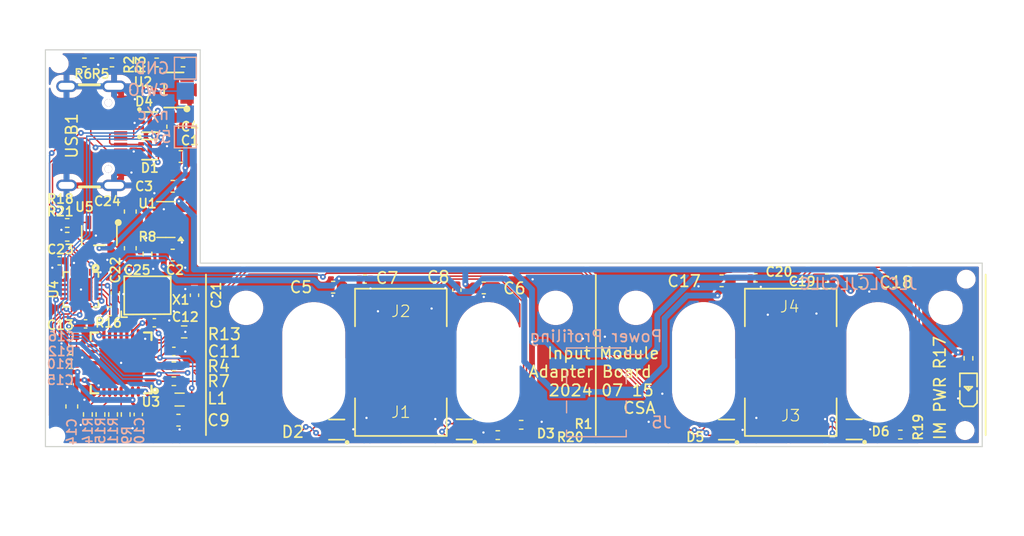
<source format=kicad_pcb>
(kicad_pcb (version 20240108) (generator "pcbnew") (generator_version "8.0")
  (layers (0 "F.Cu" signal) (31 "B.Cu" signal) (34 "B.Paste" user) (35 "F.Paste" user) (36 "B.SilkS" user "B.Silkscreen") (37 "F.SilkS" user "F.Silkscreen") (38 "B.Mask" user) (39 "F.Mask" user) (44 "Edge.Cuts" user))
  (net 0 "")
  (net 1 "+5V")
  (net 2 "GND")
  (net 3 "+3.3V")
  (net 4 "+5VP")
  (net 5 "/USB_D_P")
  (net 6 "/USB_D_N")
  (net 7 "V-UNFUSED")
  (net 9 "/~{SLEEP}")
  (net 11 "/USB_DP1")
  (net 12 "/USB_DM1")
  (net 13 "/CC1")
  (net 14 "Net-(U3-X2)")
  (net 15 "/USB_DP2")
  (net 17 "Net-(U3-X1)")
  (net 18 "/RESET")
  (net 19 "/CC2")
  (net 22 "/BOARD_ID1")
  (net 23 "/BOARD_ID2")
  (net 24 "/RREF")
  (net 26 "+3.3VP")
  (net 27 "/AVDD")
  (net 28 "/OVCURR")
  (net 29 "/USB_DM2")
  (net 30 "Net-(U3-PSELF)")
  (net 33 "/PGANG")
  (net 34 "/PWREN")
  (net 35 "/DPU")
  (net 36 "/USB_DM3")
  (net 37 "Net-(U5-ISET)")
  (net 38 "/SWIO")
  (net 39 "/USB_DP3")
  (net 47 "Net-(J1-Pin_2)")
  (net 48 "Net-(J1-Pin_3)")
  (net 49 "/~{SLEEP1_UNP}")
  (net 50 "/BOARD_ID1_UNP")
  (net 51 "Net-(J3-Pin_2)")
  (net 52 "Net-(J3-Pin_3)")
  (net 53 "/BOARD_ID2_UNP")
  (net 54 "/~{SLEEP2_UNP}")
  (net 55 "/CC2_UNP")
  (net 56 "/CC1_UNP")
  (net 57 "/USB_DP_UNP")
  (net 58 "/USB_DN_UNP")
  (net 59 "Net-(LED1-A)")
  (net 60 "Net-(U2-EN)")
  (net 61 "Net-(U2-ISET)")
  (net 63 "Net-(D5-VBUS)")
  (net 64 "Net-(D6-VBUS)")
  (footprint "MountingHole:MountingHole_2.5mm" (layer "F.Cu") (at 136.5 103.9)
    (property "Reference" "H11" (hide yes))
    (property "Value" "MountingHole")
  )
  (footprint "Inductor_SMD:L_0805_2012Metric" (layer "F.Cu") (at 96.7 111.9 180)
    (property "Reference" "L1")
    (property "Value" "10u")
  )
  (footprint "ExternalMount:JLCPCB Tooling Hole" (layer "F.Cu") (at 86.2 82.6)
    (property "Reference" "H5")
    (property "Value" "Tooling Hole")
  )
  (footprint "ExternalMount:SOT-666-6_L1.6-W1.2-P0.50-LS1.6-BL" (layer "F.Cu") (at 144.4 114.52 90)
    (property "Reference" "D5")
    (property "Value" "USBLC6-2P6_C2827693")
  )
  (footprint "Resistor_SMD:R_0402_1005Metric" (layer "F.Cu") (at 88.4 82.5 180)
    (property "Reference" "R6")
    (property "Value" "5.1k")
  )
  (footprint "Capacitor_SMD:C_0402_1005Metric" (layer "F.Cu") (at 88.5 105.3 180)
    (property "Reference" "C13")
    (property "Value" "100nF")
  )
  (footprint "Capacitor_SMD:C_0402_1005Metric" (layer "F.Cu") (at 93.1 113.2 -90)
    (property "Reference" "C10")
    (property "Value" "100nF")
  )
  (footprint "ExternalMount:Molex_0472861001" (layer "F.Cu") (at 150 108.79 -90)
    (property "Reference" "J3")
    (property "Value" "Molex 0472861001")
  )
  (footprint "Resistor_SMD:R_0402_1005Metric" (layer "F.Cu") (at 87.2 107.6 180)
    (property "Reference" "R12")
    (property "Value" "47k")
  )
  (footprint "Resistor_SMD:R_0402_1005Metric" (layer "F.Cu") (at 88.7 113.2 90)
    (property "Reference" "R14")
    (property "Value" "10k")
  )
  (footprint "Resistor_SMD:R_0402_1005Metric" (layer "F.Cu") (at 159.56 114.95 180)
    (property "Reference" "R19")
    (property "Value" "100k")
  )
  (footprint "Capacitor_SMD:C_0402_1005Metric" (layer "F.Cu") (at 112.87 101.39)
    (property "Reference" "C7")
    (property "Value" "100nF")
  )
  (footprint "Resistor_SMD:R_0402_1005Metric" (layer "F.Cu") (at 92 113.2 90)
    (property "Reference" "R9")
    (property "Value" "10k")
  )
  (footprint "ExternalMount:SOT-666-6_L1.6-W1.2-P0.50-LS1.6-BL" (layer "F.Cu") (at 121.53 114.5 90)
    (property "Reference" "D3")
    (property "Value" "USBLC6-2P6_C2827693")
  )
  (footprint "ExternalMount:JLCPCB Tooling Hole" (layer "F.Cu") (at 85.9 115.1)
    (property "Reference" "H6")
    (property "Value" "Tooling Hole")
  )
  (footprint "ExternalMount:SOT-23-5_L3.0-W1.7-P0.95-LS2.8-BL" (layer "F.Cu") (at 96.2 84.9 90)
    (property "Reference" "U2")
    (property "Value" "SY6280AAC")
  )
  (footprint "Resistor_SMD:R_0402_1005Metric" (layer "F.Cu") (at 87.2 108.8)
    (property "Reference" "R10")
    (property "Value" "10k")
  )
  (footprint "Capacitor_SMD:C_0402_1005Metric" (layer "F.Cu") (at 86.2 99.8 180)
    (property "Reference" "C23")
    (property "Value" "100nF")
  )
  (footprint "ExternalMount:SOT-666-6_L1.6-W1.2-P0.50-LS1.6-BL" (layer "F.Cu") (at 155.53 114.5 90)
    (property "Reference" "D6")
    (property "Value" "USBLC6-2P6_C2827693")
  )
  (footprint "ExternalMount:JLCPCB Tooling Hole" (layer "F.Cu") (at 165.3 101.4)
    (property "Reference" "H7")
    (property "Value" "Tooling Hole")
  )
  (footprint "ExternalMount:SOT-23-5_L3.0-W1.7-P0.95-LS2.8-BL" (layer "F.Cu") (at 89.7 97.6 180)
    (property "Reference" "U5")
    (property "Value" "SY6280AAC")
  )
  (footprint "Package_TO_SOT_SMD:SOT-23-3" (layer "F.Cu") (at 95.5 96.2 180)
    (property "Reference" "U1")
    (property "Value" "XC6206P332MR-G")
  )
  (footprint "ExternalMount:MountingHole_5mm_slot_no_keepout" (layer "F.Cu") (at 123.6 108.65)
    (property "Reference" "H1")
    (property "Value" "MountingHole")
  )
  (footprint "ExternalMount:Molex_0472861001" (layer "F.Cu") (at 150 108.51 90)
    (property "Reference" "J4")
    (property "Value" "Molex 0472861001")
  )
  (footprint "Capacitor_SMD:C_0402_1005Metric" (layer "F.Cu") (at 94.5 105.2)
    (property "Reference" "C12")
    (property "Value" "100nF")
  )
  (footprint "Capacitor_SMD:C_0603_1608Metric" (layer "F.Cu") (at 123.23 102.16)
    (property "Reference" "C6")
    (property "Value" "10uF")
  )
  (footprint "Capacitor_SMD:C_0402_1005Metric" (layer "F.Cu") (at 98 102.8 -90)
    (property "Reference" "C21")
    (property "Value" "22pF")
  )
  (footprint "MountingHole:MountingHole_2.5mm" (layer "F.Cu") (at 102.5 103.9)
    (property "Reference" "H3" (hide yes))
    (property "Value" "MountingHole")
  )
  (footprint "Capacitor_SMD:C_0603_1608Metric" (layer "F.Cu") (at 96.1 88.1 -90)
    (property "Reference" "C4")
    (property "Value" "10uF")
  )
  (footprint "ExternalMount:JLCPCB Tooling Hole" (layer "F.Cu") (at 165.2 114.6)
    (property "Reference" "H8")
    (property "Value" "Tooling Hole")
  )
  (footprint "Capacitor_SMD:C_0603_1608Metric" (layer "F.Cu") (at 110.09 102.1 180)
    (property "Reference" "C5")
    (property "Value" "10uF")
  )
  (footprint "ExternalMount:USB-C-SMD_TYPE-C16PIN" (layer "F.Cu") (at 89.2 88.9 -90)
    (property "Reference" "USB1")
    (property "Value" "TYPE-C 16PIN 3MD(385)")
  )
  (footprint "Capacitor_SMD:C_0603_1608Metric" (layer "F.Cu") (at 96.1 93.3 180)
    (property "Reference" "C3")
    (property "Value" "10uF")
  )
  (footprint "Resistor_SMD:R_0402_1005Metric" (layer "F.Cu") (at 86.9 96.5)
    (property "Reference" "R18")
    (property "Value" "5.1k")
  )
  (footprint "Resistor_SMD:R_0402_1005Metric" (layer "F.Cu") (at 96.2 109)
    (property "Reference" "R4")
    (property "Value" "0")
  )
  (footprint "ExternalMount:SOT-666-6_L1.6-W1.2-P0.50-LS1.6-BL" (layer "F.Cu") (at 94.1 87.7 -90)
    (property "Reference" "D4")
    (property "Value" "USBLC6-2P6_C2827693")
  )
  (footprint "ExternalMount:MountingHole_5mm_slot_no_keepout" (layer "F.Cu") (at 108.4 108.65)
    (property "Reference" "H2")
    (property "Value" "MountingHole")
  )
  (footprint "Resistor_SMD:R_0402_1005Metric" (layer "F.Cu") (at 96.2 110.3)
    (property "Reference" "R7")
    (property "Value" "0")
  )
  (footprint "Capacitor_SMD:C_0402_1005Metric" (layer "F.Cu") (at 91.1 102.6 90)
    (property "Reference" "C22")
    (property "Value" "22pF")
  )
  (footprint "ExternalMount:SOT-666-6_L1.6-W1.2-P0.50-LS1.6-BL" (layer "F.Cu") (at 110.4 114.52 90)
    (property "Reference" "D2")
    (property "Value" "USBLC6-2P6_C2827693")
  )
  (footprint "ExternalMount:QFN-20_L3.0-W3.0-P0.40-TL-EP1.7" (layer "F.Cu") (at 88.1 102.3 -90)
    (property "Reference" "U4")
    (property "Value" "CH32V003F4U6")
  )
  (footprint "Capacitor_SMD:C_0603_1608Metric" (layer "F.Cu") (at 143.97 101.54 180)
    (property "Reference" "C17")
    (property "Value" "10uF")
  )
  (footprint "Resistor_SMD:R_0402_1005Metric" (layer "F.Cu") (at 86.9 97.7 180)
    (property "Reference" "R21")
    (property "Value" "100k")
  )
  (footprint "Resistor_SMD:R_0402_1005Metric" (layer "F.Cu") (at 126.49 114.1 180)
    (property "Reference" "R1")
    (property "Value" "10k")
  )
  (footprint "Resistor_SMD:R_0402_1005Metric" (layer "F.Cu") (at 90.6 104.2)
    (property "Reference" "R16")
    (property "Value" "1.5k 5%")
  )
  (footprint "Capacitor_SMD:C_0603_1608Metric" (layer "F.Cu") (at 96.6 113.7)
    (property "Reference" "C9")
    (property "Value" "10uF")
  )
  (footprint "ExternalMount:MountingHole_5mm_slot_no_keepout" (layer "F.Cu") (at 142.4 108.65)
    (property "Reference" "H10")
    (property "Value" "MountingHole")
  )
  (footprint "MountingHole:MountingHole_2.5mm" (layer "F.Cu") (at 129.5 103.9)
    (property "Reference" "H4" (hide yes))
    (property "Value" "MountingHole")
  )
  (footprint "Capacitor_SMD:C_0402_1005Metric" (layer "F.Cu") (at 87.2 110.2 180)
    (property "Reference" "C15")
    (property "Value" "100nF")
  )
  (footprint "Resistor_SMD:R_0402_1005Metric" (layer "F.Cu") (at 165.5 108.3 -90)
    (property "Reference" "R17")
    (property "Value" "330")
  )
  (footprint "Resistor_SMD:R_0402_1005Metric" (layer "F.Cu") (at 90.9 113.2 -90)
    (property "Reference" "R11")
    (property "Value" "20k")
  )
  (footprint "Capacitor_SMD:C_0402_1005Metric" (layer "F.Cu") (at 96.2 107.7)
    (property "Reference" "C11")
    (property "Value" "100nF")
  )
  (footprint "ExternalMount:QFN-28_L5.0-W5.0-P0.50-BL-EP" (layer "F.Cu") (at 91.6 108.7 90)
    (property "Reference" "U3")
    (property "Value" "GL852G-OHY60_C7501404")
  )
  (footprint "ExternalMount:Molex_0472861001" (layer "F.Cu") (at 116 108.51 90)
    (property "Reference" "J2")
    (property "Value" "Molex 0472861001")
  )
  (footprint "Capacitor_SMD:C_0402_1005Metric" (layer "F.Cu") (at 146.96 101.28)
    (property "Reference" "C19")
    (property "Value" "100nF")
  )
  (footprint "ExternalMount:MountingHole_5mm_slot_no_keepout" (layer "F.Cu") (at 157.6 108.65)
    (property "Reference" "H9")
    (property "Value" "MountingHole")
  )
  (footprint "MountingHole:MountingHole_2.5mm" (layer "F.Cu") (at 163.5 103.9)
    (property "Reference" "H12" (hide yes))
    (property "Value" "MountingHole")
  )
  (footprint "Capacitor_SMD:C_0603_1608Metric" (layer "F.Cu") (at 92.4 98.7 90)
    (property "Reference" "C25")
    (property "Value" "10uF")
  )
  (footprint "Capacitor_SMD:C_0402_1005Metric" (layer "F.Cu") (at 120.88 102.35 90)
    (property "Reference" "C8")
    (property "Value" "100nF")
  )
  (footprint "ExternalMount:LED0603-RD-YELLOW" (layer "F.Cu") (at 165.5 111 90)
    (property "Reference" "LED1")
    (property "Value" "Input Module Power")
  )
  (footprint "Capacitor_SMD:C_0603_1608Metric" (layer "F.Cu") (at 87.3 112.5 -90)
    (property "Reference" "C14")
    (property "Value" "10uF")
  )
  (footprint "Capacitor_SMD:C_0402_1005Metric" (layer "F.Cu") (at 87.2 106.4 180)
    (property "Reference" "C16")
    (property "Value" "100nF")
  )
  (footprint "Resistor_SMD:R_0402_1005Metric" (layer "F.Cu") (at 90.8 82.5 180)
    (property "Reference" "R5")
    (property "Value" "5.1k")
  )
  (footprint "Resistor_SMD:R_0402_1005Metric" (layer "F.Cu") (at 97 82.5 180)
    (property "Reference" "R3")
    (property "Value" "4.7k")
  )
  (footprint "ExternalMount:OSC-SMD_4P-L3.2-W2.5-BL" (layer "F.Cu") (at 93.9 102.8)
    (property "Reference" "X1")
    (property "Value" "12MHz")
  )
  (footprint "Resistor_SMD:R_0603_1608Metric" (layer "F.Cu") (at 97.1 106)
    (property "Reference" "R13")
    (property "Value" "680 1%")
  )
  (footprint "ExternalMount:SOT-666-6_L1.6-W1.2-P0.50-LS1.6-BL" (layer "F.Cu") (at 94.1 90.1 -90)
    (property "Reference" "D1")
    (property "Value" "USBLC6-2P6_C2827693")
  )
  (footprint "Resistor_SMD:R_0402_1005Metric" (layer "F.Cu") (at 89.8 113.2 90)
    (property "Reference" "R15")
    (property "Value" "100k")
  )
  (footprint "Resistor_SMD:R_0402_1005Metric" (layer "F.Cu") (at 124.45 115 180)
    (property "Reference" "R20")
    (property "Value" "100k")
  )
  (footprint "Capacitor_SMD:C_0603_1608Metric" (layer "F.Cu") (at 96.8 90.7 180)
    (property "Reference" "C1")
    (property "Value" "10uF")
  )
  (footprint "ExternalMount:Molex_0472861001" (layer "F.Cu") (at 116 108.79 -90)
    (property "Reference" "J1")
    (property "Value" "Molex 0472861001")
  )
  (footprint "Capacitor_SMD:C_0603_1608Metric" (layer "F.Cu") (at 92.4 95.5 -90)
    (property "Reference" "C24")
    (property "Value" "10uF")
  )
  (footprint "Resistor_SMD:R_0402_1005Metric" (layer "F.Cu") (at 93.9 99.2 90)
    (property "Reference" "R8")
    (property "Value" "0")
  )
  (footprint "Capacitor_SMD:C_0603_1608Metric" (layer "F.Cu") (at 156.08 101.57)
    (property "Reference" "C18")
    (property "Value" "10uF")
  )
  (footprint "Resistor_SMD:R_0402_1005Metric" (layer "F.Cu") (at 94.7 82.5)
    (property "Reference" "R2")
    (property "Value" "4.7k")
  )
  (footprint "Capacitor_SMD:C_0603_1608Metric" (layer "F.Cu") (at 96.1 99.3)
    (property "Reference" "C2")
    (property "Value" "10uF")
  )
  (footprint "Capacitor_SMD:C_0402_1005Metric" (layer "F.Cu") (at 153.14 101.31 180)
    (property "Reference" "C20")
    (property "Value" "100nF")
  )
  (footprint "TestPoint:TestPoint_Pad_1.5x1.5mm" (layer "B.Cu") (at 97.2 87 90)
    (property "Reference" "TP2")
    (property "Value" "n/c")
  )
  (footprint "NetTie:NetTie-2_SMD_Pad0.5mm" (layer "B.Cu") (at 133.12 108.68 180)
    (property "Reference" "NT2" (hide yes))
    (property "Value" "NetTie_2" (hide yes))
  )
  (footprint "TestPoint:TestPoint_Pad_1.5x1.5mm" (layer "B.Cu") (at 97.2 85 90)
    (property "Reference" "TP3")
    (property "Value" "SWIO")
  )
  (footprint "TestPoint:TestPoint_Pad_1.5x1.5mm" (layer "B.Cu") (at 97.2 89 90)
    (property "Reference" "TP1")
    (property "Value" "5V")
  )
  (footprint "TestPoint:TestPoint_Pad_1.5x1.5mm" (layer "B.Cu") (at 97.2 83 90)
    (property "Reference" "TP4")
    (property "Value" "GND")
  )
  (footprint "Connector_PinHeader_2.54mm:PinHeader_2x03_P2.54mm_Vertical_SMD" (layer "B.Cu") (at 133.05 111.27 180)
    (property "Reference" "J5")
    (property "Value" "Power Profiling")
  )
  (footprint "NetTie:NetTie-2_SMD_Pad0.5mm" (layer "B.Cu") (at 133.2 111.23 180)
    (property "Reference" "NT1" (hide yes))
    (property "Value" "NetTie_2" (hide yes))
  )
  (gr_line (start 99 101) (end 99 115) (stroke (width 0.15)) (layer "F.SilkS"))
  (gr_line (start 167 101) (end 167 115) (stroke (width 0.15)) (layer "F.SilkS"))
  (gr_line (start 133 101) (end 133 115) (stroke (width 0.15)) (layer "F.SilkS"))
  (gr_line (start 98.5 81.4) (end 98.5 100) (stroke (width 0.1)) (layer "Edge.Cuts"))
  (gr_line (start 85 100) (end 85 81.4) (stroke (width 0.1)) (layer "Edge.Cuts"))
  (gr_line (start 166.7 100) (end 166.7 116) (stroke (width 0.1)) (layer "Edge.Cuts"))
  (gr_line (start 98.5 100) (end 166.7 100) (stroke (width 0.1)) (layer "Edge.Cuts"))
  (gr_line (start 85 81.4) (end 98.5 81.4) (stroke (width 0.1)) (layer "Edge.Cuts"))
  (gr_line (start 85 116) (end 85 100) (stroke (width 0.1)) (layer "Edge.Cuts"))
  (gr_line (start 166.7 116) (end 85 116) (stroke (width 0.1)) (layer "Edge.Cuts"))
  (gr_text "JLCJLCJLCJLC" (at 161.15 102.4 -0) (layer "B.SilkS") (effects (font (size 1 1)) (justify left bottom mirror)))
  (gr_text "CSA" (at 135.29 113.22 0) (layer "F.SilkS") (effects (font (size 1 1)) (justify left bottom)))
  (gr_text "IM PWR" (at 163.6 109.8 90) (layer "F.SilkS") (effects (font (size 1 1)) (justify right bottom)))
  (gr_text "2024 07 15" (at 133.48 111.1 0) (layer "F.SilkS") (effects (font (size 1 1))))
  (gr_text "   Input Module\nAdapter Board" (at 132.51 108.66 0) (layer "F.SilkS") (effects (font (size 1 1))))
  (segment (start 92.11 113.71) (end 93.1 112.72) (width 0.127) (layer "F.Cu") (net 1))
  (segment (start 92.4 100.5) (end 92.3 100.6) (width 0.508) (layer "F.Cu") (net 1))
  (segment (start 92.6 111.2) (end 92.6 112.22) (width 0.254) (layer "F.Cu") (net 1))
  (segment (start 92.635 99.71) (end 92.4 99.475) (width 0.508) (layer "F.Cu") (net 1))
  (segment (start 92 113.71) (end 92.11 113.71) (width 0.127) (layer "F.Cu") (net 1))
  (segment (start 95.325 113.2) (end 95.825 113.7) (width 0.127) (layer "F.Cu") (net 1))
  (segment (start 93.9 99.71) (end 92.635 99.71) (width 0.508) (layer "F.Cu") (net 1))
  (segment (start 86.69 108.81) (end 87.2 108.3) (width 0.127) (layer "F.Cu") (net 1))
  (segment (start 86.69 108.8) (end 86.69 108.81) (width 0.381) (layer "F.Cu") (net 1))
  (segment (start 87.2 108.3) (end 87.2 105.685435) (width 0.127) (layer "F.Cu") (net 1))
  (segment (start 97.575 91.325021) (end 97.200014 91.700007) (width 0.381) (layer "F.Cu") (net 1))
  (segment (start 97.575 86.075) (end 97.575 90.7) (width 0.381) (layer "F.Cu") (net 1))
  (segment (start 90.6 98.7) (end 90.65 98.75) (width 0.381) (layer "F.Cu") (net 1))
  (segment (start 93.58 113.2) (end 95.325 113.2) (width 0.127) (layer "F.Cu") (net 1))
  (segment (start 92.4 99.475) (end 91.375 99.475) (width 0.508) (layer "F.Cu") (net 1))
  (segment (start 87.795957 109.496999) (end 87.386999 109.496999) (width 0.381) (layer "F.Cu") (net 1))
  (segment (start 93.1 112.72) (end 93.58 113.2) (width 0.127) (layer "F.Cu") (net 1))
  (segment (start 97.575 90.7) (end 97.575 91.325021) (width 0.381) (layer "F.Cu") (net 1))
  (segment (start 91.375 99.475) (end 90.65 98.75) (width 0.508) (layer "F.Cu") (net 1))
  (segment (start 87.2 105.685435) (end 87.041 105.526435) (width 0.127) (layer "F.Cu") (net 1))
  (segment (start 89.7 98.7) (end 90.6 98.7) (width 0.381) (layer "F.Cu") (net 1))
  (segment (start 92.4 99.475) (end 92.4 100.5) (width 0.508) (layer "F.Cu") (net 1))
  (segment (start 87.386999 109.496999) (end 86.69 108.8) (width 0.381) (layer "F.Cu") (net 1))
  (segment (start 92.6 112.22) (end 93.1 112.72) (width 0.254) (layer "F.Cu") (net 1))
  (segment (start 97.35 85.85) (end 97.575 86.075) (width 0.381) (layer "F.Cu") (net 1))
  (via (at 87.041 105.526435) (size 0.5) (drill 0.2) (layers "F.Cu" "B.Cu") (net 1))
  (via (at 92.3 100.6) (size 0.5) (drill 0.2) (layers "F.Cu" "B.Cu") (net 1))
  (via (at 92.6 111.9325) (size 0.5) (drill 0.2) (layers "F.Cu" "B.Cu") (net 1))
  (via (at 87.795957 109.496999) (size 0.5) (drill 0.2) (layers "F.Cu" "B.Cu") (net 1))
  (via (at 89.7 98.7) (size 0.5) (drill 0.2) (layers "F.Cu" "B.Cu") (net 1))
  (via (at 97.200014 91.700007) (size 0.5) (drill 0.2) (layers "F.Cu" "B.Cu") (net 1))
  (segment (start 97.2 89) (end 97.2 91.699993) (width 0.381) (layer "B.Cu") (net 1))
  (segment (start 97.2 91.699993) (end 97.200014 91.700007) (width 0.381) (layer "B.Cu") (net 1))
  (segment (start 89.271026 105.8) (end 89.386026 105.685) (width 0.508) (layer "B.Cu") (net 1))
  (segment (start 87.041 105.526435) (end 87.314565 105.8) (width 0.508) (layer "B.Cu") (net 1))
  (segment (start 89.386026 105.685) (end 90.013974 105.685) (width 0.508) (layer "B.Cu") (net 1))
  (segment (start 90.013974 105.685) (end 91.044365 104.654609) (width 0.508) (layer "B.Cu") (net 1))
  (segment (start 89.7 98.7) (end 90.700002 98.7) (width 0.381) (layer "B.Cu") (net 1))
  (segment (start 97.200014 92.199988) (end 97.200014 91.700007) (width 0.381) (layer "B.Cu") (net 1))
  (segment (start 91.044365 104.654609) (end 91.044365 101.855635) (width 0.508) (layer "B.Cu") (net 1))
  (segment (start 87.314565 105.8) (end 89.271026 105.8) (width 0.508) (layer "B.Cu") (net 1))
  (segment (start 87.795957 110.495957) (end 89.2325 111.9325) (width 0.381) (layer "B.Cu") (net 1))
  (segment (start 89.2325 111.9325) (end 89.828705 111.9325) (width 0.508) (layer "B.Cu") (net 1))
  (segment (start 89.828705 111.9325) (end 92.6 111.9325) (width 0.508) (layer "B.Cu") (net 1))
  (segment (start 87.795957 109.496999) (end 87.795957 110.495957) (width 0.381) (layer "B.Cu") (net 1))
  (segment (start 90.700002 98.7) (end 97.200014 92.199988) (width 0.381) (layer "B.Cu") (net 1))
  (segment (start 91.044365 101.855635) (end 92.3 100.6) (width 0.508) (layer "B.Cu") (net 1))
  (segment (start 147.44 102.02) (end 147.39 102.07) (width 0.508) (layer "F.Cu") (net 2))
  (segment (start 89.634089 110.66591) (end 89.63409 110.66591) (width 0.127) (layer "F.Cu") (net 2))
  (segment (start 90.213 97.6) (end 92.075 97.6) (width 0.508) (layer "F.Cu") (net 2))
  (segment (start 111.15 114.52) (end 111.82 114.52) (width 0.254) (layer "F.Cu") (net 2))
  (segment (start 86.39 97.1) (end 86.39 97.7) (width 0.508) (layer "F.Cu") (net 2))
  (segment (start 147.44 101.28) (end 147.44 102.02) (width 0.508) (layer "F.Cu") (net 2))
  (segment (start 95.325 93.3) (end 95.1 93.3) (width 0.381) (layer "F.Cu") (net 2))
  (segment (start 91.602 85.7) (end 91.602 85.192) (width 0.508) (layer "F.Cu") (net 2))
  (segment (start 111.82 114.52) (end 111.85 114.49) (width 0.254) (layer "F.Cu") (net 2))
  (segment (start 85.72 99.8) (end 85.72 100.28) (width 0.127) (layer "F.Cu") (net 2))
  (segment (start 90.9 113.71) (end 90.9 114.2) (width 0.127) (layer "F.Cu") (net 2))
  (segment (start 91.6 108.7) (end 93.6325 110.7325) (width 0.127) (layer "F.Cu") (net 2))
  (segment (start 96.9 99.275) (end 96.875 99.3) (width 0.508) (layer "F.Cu") (net 2))
  (segment (start 86.6 105.344473) (end 86.6 106.28) (width 0.127) (layer "F.Cu") (net 2))
  (segment (start 93.35 90.1) (end 92.862 90.1) (width 0.254) (layer "F.Cu") (net 2))
  (segment (start 86.39 96.5) (end 86.39 97.1) (width 0.508) (layer "F.Cu") (net 2))
  (segment (start 87.7 100.19703) (end 87.487095 99.984125) (width 0.127) (layer "F.Cu") (net 2))
  (segment (start 96.1 89.8) (end 95.6 89.8) (width 0.381) (layer "F.Cu") (net 2))
  (segment (start 89.8 82.5) (end 89.599985 82.700015) (width 0.508) (layer "F.Cu") (net 2))
  (segment (start 88 97.1) (end 86.39 97.1) (width 0.127) (layer "F.Cu") (net 2))
  (segment (start 96.49 82.5) (end 96.4525 82.5375) (width 0.381) (layer "F.Cu") (net 2))
  (segment (start 145.8 114.54) (end 145.78 114.52) (width 0.254) (layer "F.Cu") (net 2))
  (segment (start 124.005 102.16) (end 124.005 102.175) (width 0.508) (layer "F.Cu") (net 2))
  (segment (start 86.72 107.57) (end 86.69 107.6) (width 0.508) (layer "F.Cu") (net 2))
  (segment (start 145.78 114.52) (end 145.15 114.52) (width 0.254) (layer "F.Cu") (net 2))
  (segment (start 96.1 88.875) (end 96.1 89.8) (width 0.381) (layer "F.Cu") (net 2))
  (segment (start 97.192112 100.4) (end 97.192112 102.254104) (width 0.508) (layer "F.Cu") (net 2))
  (segment (start 113.35 101.39) (end 113.35 102.21) (width 0.508) (layer "F.Cu") (net 2))
  (segment (start 91.1 100.417201) (end 91.1 102.12) (width 0.127) (layer "F.Cu") (net 2))
  (segment (start 96.7 114.375) (end 97.375 113.7) (width 0.127) (layer "F.Cu") (net 2))
  (segment (start 98 103.28) (end 97.52 103.28) (width 0.127) (layer "F.Cu") (net 2))
  (segment (start 88.680038 108.7) (end 89.1 108.7) (width 0.127) (layer "F.Cu") (net 2))
  (segment (start 97.610314 101.659) (end 97.200008 102.069306) (width 0.508) (layer "F.Cu") (net 2))
  (segment (start 122.830988 114.77) (end 123.2 114.77) (width 0.254) (layer "F.Cu") (net 2))
  (segment (start 96.68 107.7) (end 97.2 107.7) (width 0.127) (layer "F.Cu") (net 2))
  (segment (start 91.6 108.7) (end 93.7 106.6) (width 0.127) (layer "F.Cu") (net 2))
  (segment (start 156.28 114.5) (end 156.93 114.5) (width 0.254) (layer "F.Cu") (net 2))
  (segment (start 89.634089 110.66591) (end 88.4 111.899999) (width 0.127) (layer "F.Cu") (net 2))
  (segment (start 90.99 93.22) (end 86.84 93.22) (width 0.508) (layer "F.Cu") (net 2))
  (segment (start 142.438801 101.54) (end 141.956801 102.022) (width 0.508) (layer "F.Cu") (net 2))
  (segment (start 156.855 102.475) (end 156.85 102.48) (width 0.508) (layer "F.Cu") (net 2))
  (segment (start 95.325 93.3) (end 95.325 95.299988) (width 0.381) (layer "F.Cu") (net 2))
  (segment (start 97.2 99.625) (end 97.2 100.392112) (width 0.508) (layer "F.Cu") (net 2))
  (segment (start 88.4 111.899999) (end 88.4 111.915792) (width 0.127) (layer "F.Cu") (net 2))
  (segment (start 88.211724 108.231686) (end 88.680038 108.7) (width 0.127) (layer "F.Cu") (net 2))
  (segment (start 86.858538 105.085935) (end 86.6 105.344473) (width 0.127) (layer "F.Cu") (net 2))
  (segment (start 86.72 106.4) (end 86.72 107) (width 0.508) (layer "F.Cu") (net 2))
  (segment (start 96.9 97.4125) (end 96.9 99.275) (width 0.508) (layer "F.Cu") (net 2))
  (segment (start 87.89 82.5) (end 87.89 83.29) (width 0.508) (layer "F.Cu") (net 2))
  (segment (start 96.4525 84.6475) (end 96.4525 84.5125) (width 0.381) (layer "F.Cu") (net 2))
  (segment (start 96.875 99.3) (end 97.2 99.625) (width 0.508) (layer "F.Cu") (net 2))
  (segment (start 119 110.04) (end 119 113.6) (width 0.508) (layer "F.Cu") (net 2))
  (segment (start 87.566968 105.160032) (end 87.566968 105.553032) (width 0.127) (layer "F.Cu") (net 2))
  (segment (start 95.6 105.2) (end 95.8 105) (width 0.127) (layer "F.Cu") (net 2))
  (segment (start 92.7 114.4) (end 92.6 114.4) (width 0.127) (layer "F.Cu") (net 2))
  (segment (start 113 110.04) (end 113 111.8) (width 0.508) (layer "F.Cu") (net 2))
  (segment (start 86.42 110.2) (end 86.42 110.32) (width 0.127) (layer "F.Cu") (net 2))
  (segment (start 86.4 107) (end 86.72 107) (width 0.381) (layer "F.Cu") (net 2))
  (segment (start 113 111.8) (end 113 113.5) (width 0.508) (layer "F.Cu") (net 2))
  (segment (start 96.7 114.5) (end 96.7 114.375) (width 0.127) (layer "F.Cu") (net 2))
  (segment (start 87.566968 105.160032) (end 87.492871 105.085935) (width 0.127) (layer "F.Cu") (net 2))
  (segment (start 95.1 93.3) (end 94.5 93.9) (width 0.381) (layer "F.Cu") (net 2))
  (segment (start 92.075 97.6) (end 92.4 97.925) (width 0.508) (layer "F.Cu") (net 2))
  (segment (start 87.487095 99.725815) (end 87.487095 99.984125) (width 0.127) (layer "F.Cu") (net 2))
  (segment (start 120.59 102.16) (end 120.88 101.87) (width 0.508) (layer "F.Cu") (net 2))
  (segment (start 87.880032 105.160032) (end 88.02 105.3) (width 0.254) (layer "F.Cu") (net 2))
  (segment (start 97.52 103.28) (end 95.8 105) (width 0.127) (layer "F.Cu") (net 2))
  (segment (start 92.7 114.4) (end 93.1 114) (width 0.127) (layer "F.Cu") (net 2))
  (segment (start 86.3205 99.1995) (end 86.96078 99.1995) (width 0.127) (layer "F.Cu") (net 2))
  (segment (start 89.63409 110.66591) (end 91.6 108.7) (width 0.127) (layer "F.Cu") (net 2))
  (segment (start 96.4525 84.5125) (end 96.84 84.9) (width 0.381) (layer "F.Cu") (net 2))
  (segment (start 96.025 92.6) (end 95.325 93.3) (width 0.381) (layer "F.Cu") (net 2))
  (segment (start 147 110.04) (end 147 113.5) (width 0.508) (layer "F.Cu") (net 2))
  (segment (start 85.72 99.8) (end 86.3205 99.1995) (width 0.127) (layer "F.Cu") (net 2))
  (segment (start 88.077399 114.11166) (end 87.3 113.334261) (width 0.127) (layer "F.Cu") (net 2))
  (segment (start 94.264231 111.061664) (end 94.543836 111.061664) (width 0.127) (layer "F.Cu") (net 2))
  (segment (start 110.04 102.86) (end 110.04 102.825) (width 0.508) (layer "F.Cu") (net 2))
  (segment (start 87.89 83.29) (end 87.9 83.3) (width 0.508) (layer "F.Cu") (net 2))
  (segment (start 95 103.68) (end 95.42 104.1) (width 0.127) (layer "F.Cu") (net 2))
  (segment (start 93.935067 110.7325) (end 94.264231 111.061664) (width 0.127) (layer "F.Cu") (net 2))
  (segment (start 143.195 101.54) (end 142.438801 101.54) (width 0.508) (layer "F.Cu") (net 2))
  (segment (start 89.6 100.8) (end 89.8 100.8) (width 0.127) (layer "F.Cu") (net 2))
  (segment (start 92.4 96.275) (end 92.4 97.925) (width 0.508) (layer "F.Cu") (net 2))
  (segment (start 122.28 114.5) (end 122.560988 114.5) (width 0.254) (layer "F.Cu") (net 2))
  (segment (start 98.389686 101.659) (end 97.610314 101.659) (width 0.508) (layer "F.Cu") (net 2))
  (segment (start 91.1 102.12) (end 92.6 102.12) (width 0.127) (layer "F.Cu") (net 2))
  (segment (start 92.84891 87.7) (end 93.35 87.7) (width 0.254) (layer "F.Cu") (net 2))
  (segment (start 96.8925 88.0825) (end 96.8925 86.91092) (width 0.381) (layer "F.Cu") (net 2))
  (segment (start 87.492871 105.085935) (end 86.858538 105.085935) (width 0.127) (layer "F.Cu") (net 2))
  (segment (start 96.842 86.818554) (end 96.1 86.076554) (width 0.381) (layer "F.Cu") (net 2))
  (segment (start 98 103.28) (end 98.88 103.28) (width 0.508) (layer "F.Cu") (net 2))
  (segment (start 91.602 92.608) (end 90.99 93.22) (width 0.508) (layer "F.Cu") (net 2))
  (segment (start 98.9 103.3) (end 98.9 102.169314) (width 0.508) (layer "F.Cu") (net 2))
  (segment (start 96.4525 82.5375) (end 96.4525 84.5125) (width 0.381) (layer "F.Cu") (net 2))
  (segment (start 152.64 102.21) (end 152.64 101.33) (width 0.508) (layer "F.Cu") (net 2))
  (segment (start 165.5 111.8) (end 164.6 111.8) (width 0.508) (layer "F.Cu") (net 2))
  (segment (start 156.855 101.57) (end 156.855 102.475) (width 0.508) (layer "F.Cu") (net 2))
  (segment (start 86.42 110.32) (end 86.9 110.8) (width 0.127) (layer "F.Cu") (net 2))
  (segment (start 93.1 114) (end 93.1 113.68) (width 0.127) (layer "F.Cu") (net 2))
  (segment (start 92.6 102.12) (end 92.8 101.92) (width 0.127) (layer "F.Cu") (net 2))
  (segment (start 90.213 97.6) (end 89.4 97.6) (width 0.127) (layer "F.Cu") (net 2))
  (segment (start 96.1 90.625) (end 96.025 90.7) (width 0.381) (layer "F.Cu") (net 2))
  (segment (start 97.925 104.275) (end 97.925 106) (width 0.508) (layer "F.Cu") (net 2))
  (segment (start 97.200008 102.069306) (end 97.200008 102.262) (width 0.508) (layer "F.Cu") (net 2))
  (segment (start 124.005 102.175) (end 123.23 102.95) (width 0.508) (layer "F.Cu") (net 2))
  (segment (start 96.8925 86.91092) (end 96.842 86.86042) (width 0.381) (layer "F.Cu") (net 2))
  (segment (start 153 110.04) (end 153 113.6) (width 0.508) (layer "F.Cu") (net 2))
  (segment (start 96.1 88.875) (end 96.8925 88.0825) (width 0.381) (layer "F.Cu") (net 2))
  (segment (start 96.6375 97.15) (end 96.9 97.4125) (width 0.508) (layer "F.Cu") (net 2))
  (segment (start 85.72 100.28) (end 85.6 100.4) (width 0.127) (layer "F.Cu") (net 2))
  (segment (start 91.1 114.4) (end 92.7 114.4) (width 0.127) (layer "F.Cu") (net 2))
  (segment (start 93.6325 110.7325) (end 93.935067 110.7325) (width 0.127) (layer "F.Cu") (net 2))
  (segment (start 91.602 92.1) (end 91.602 92.608) (width 0.508) (layer "F.Cu") (net 2))
  (segment (start 91.602 85.192) (end 90.99 84.58) (width 0.508) (layer "F.Cu") (net 2))
  (segment (start 97.08 104.2) (end 96.2 104.2) (width 0.127) (layer "F.Cu") (net 2))
  (segment (start 97.192112 102.254104) (end 97.200008 102.262) (width 0.508) (layer "F.Cu") (net 2))
  (segment (start 122.560988 114.5) (end 122.830988 114.77) (width 0.254) (layer "F.Cu") (net 2))
  (segment (start 98.9 102.169314) (end 98.389686 101.659) (width 0.508) (layer "F.Cu") (net 2))
  (segment (start 152.64 101.33) (end 152.66 101.31) (width 0.508) (layer "F.Cu") (net 2))
  (segment (start 97.2 106) (end 97.925 106) (width 0.127) (layer "F.Cu") (net 2))
  (segment (start 90.399764 99.716965) (end 91.1 100.417201) (width 0.127) (layer "F.Cu") (net 2))
  (segment (start 98.88 103.28) (end 98.9 103.3) (width 0.508) (layer "F.Cu") (net 2))
  (segment (start 96.025 90.7) (end 96.025 92.6) (width 0.381) (layer "F.Cu") (net 2))
  (segment (start 96.842 86.86042) (end 96.842 86.818554) (width 0.381) (layer "F.Cu") (net 2))
  (segment (start 90.9 114.2) (end 91.1 114.4) (width 0.127) (layer "F.Cu") (net 2))
  (segment (start 90.29 82.5) (end 89.8 82.5) (width 0.508) (layer "F.Cu") (net 2))
  (segment (start 96.1 85) (end 96.4525 84.6475) (width 0.381) (layer "F.Cu") (net 2))
  (segment (start 94.98 105.2) (end 95.6 105.2) (width 0.127) (layer "F.Cu") (net 2))
  (segment (start 87.7 100.8) (end 87.7 100.19703) (width 0.127) (layer "F.Cu") (net 2))
  (segment (start 110.04 102.825) (end 109.315 102.1) (width 0.508) (layer "F.Cu") (net 2))
  (segment (start 88 97.1) (end 88.5 97.6) (width 0.127) (layer "F.Cu") (net 2))
  (segment (start 96.1 86.076554) (end 96.1 85) (width 0.381) (layer "F.Cu") (net 2))
  (segment (start 89.7 97.087) (end 90.213 97.6) (width 0.508) (layer "F.Cu") (net 2))
  (segment (start 98.9 103.3) (end 97.925 104.275) (width 0.508) (layer "F.Cu") (net 2))
  (segment (start 96.1 89.8) (end 96.1 90.625) (width 0.381) (layer "F.Cu") (net 2))
  (segment (start 97.2 100.392112) (end 97.192112 100.4) (width 0.508) (layer "F.Cu") (net 2))
  (segment (start 119.88 102.16) (end 120.59 102.16) (width 0.508) (layer "F.Cu") (net 2))
  (segment (start 95.42 104.1) (end 96.1 104.1) (width 0.127) (layer "F.Cu") (net 2))
  (segment (start 89.1 108.7) (end 91.6 108.7) (width 0.127) (layer "F.Cu") (net 2))
  (segment (start 86.96078 99.1995) (end 87.487095 99.725815) (width 0.127) (layer "F.Cu") (net 2))
  (segment (start 89.7 96.45) (end 89.7 97.087) (width 0.508) (layer "F.Cu") (net 2))
  (segment (start 98 103.28) (end 97.08 104.2) (width 0.127) (layer "F.Cu") (net 2))
  (segment (start 88.1 102.3) (end 89.6 100.8) (width 0.127) (layer "F.Cu") (net 2))
  (segment (start 87.566968 105.160032) (end 87.880032 105.160032) (width 0.254) (layer "F.Cu") (net 2))
  (segment (start 91.602 85.7) (end 92.8 85.7) (width 0.508) (layer "F.Cu") (net 2))
  (segment (start 96.84 84.9) (end 97.35 84.9) (width 0.381) (layer "F.Cu") (net 2))
  (segment (start 88.5 97.6) (end 89.4 97.6) (width 0.127) (layer "F.Cu") (net 2))
  (segment (start 87.3 113.334261) (end 87.3 113.275) (width 0.127) (layer "F.Cu") (net 2))
  (segment (start 96.1 104.1) (end 96.2 104.2) (width 0.127) (layer "F.Cu") (net 2))
  (segment (start 86.72 107) (end 86.72 107.57) (width 0.508) (layer "F.Cu") (net 2))
  (segment (start 92.862 90.1) (end 92.69999 90.26201) (width 0.254) (layer "F.Cu") (net 2))
  (segment (start 86.6 106.28) (end 86.72 106.4) (width 0.127) (layer "F.Cu") (net 2))
  (segment (start 91.602 92.1) (end 92.5 92.1) (width 0.508) (layer "F.Cu") (net 2))
  (segment (start 92.776636 87.772274) (end 92.84891 87.7) (width 0.254) (layer "F.Cu") (net 2))
  (via (at 110.04 102.86) (size 0.5) (drill 0.2) (layers "F.Cu" "B.Cu") (net 2))
  (via (at 91.802365 102.7025) (size 0.5) (drill 0.2) (layers "F.Cu" "B.Cu") (net 2))
  (via (at 119 113.6) (size 0.5) (drill 0.2) (layers "F.Cu" "B.Cu") (net 2))
  (via (at 86.9 110.8) (size 0.5) (drill 0.2) (layers "F.Cu" "B.Cu") (net 2))
  (via (at 92.776636 87.772274) (size 0.5) (drill 0.2) (layers "F.Cu" "B.Cu") (net 2))
  (via (at 94.5 93.9) (size 0.5) (drill 0.2) (layers "F.Cu" "B.Cu") (net 2))
  (via (at 87.566968 105.160032) (size 0.5) (drill 0.2) (layers "F.Cu" "B.Cu") (net 2))
  (via (at 148 104.5) (size 0.5) (drill 0.2) (layers "F.Cu" "B.Cu") (net 2))
  (via (at 87.487095 99.984125) (size 0.5) (drill 0.2) (layers "F.Cu" "B.Cu") (net 2))
  (via (at 87.9 83.3) (size 0.5) (drill 0.2) (layers "F.Cu" "B.Cu") (net 2))
  (via (at 94.4 100.5) (size 0.5) (drill 0.2) (layers "F.Cu" "B.Cu") (net 2))
  (via (at 88.1 102.3) (size 0.5) (drill 0.2) (layers "F.Cu" "B.Cu") (net 2))
  (via (at 97.192112 100.4) (size 0.5) (drill 0.2) (layers "F.Cu" "B.Cu") (net 2))
  (via (at 113.35 102.21) (size 0.5) (drill 0.2) (layers "F.Cu" "B.Cu") (net 2))
  (via (at 152.242 104.4) (size 0.5) (drill 0.2) (layers "F.Cu" "B.Cu") (net 2))
  (via (at 86.39 97.1) (size 0.5) (drill 0.2) (layers "F.Cu" "B.Cu") (net 2))
  (via (at 164.6 111.8) (size 0.5) (drill 0.2) (layers "F.Cu" "B.Cu") (net 2))
  (via (at 92.6 114.4) (size 0.5) (drill 0.2) (layers "F.Cu" "B.Cu") (net 2))
  (via (at 123.23 102.95) (size 0.5) (drill 0.2) (layers "F.Cu" "B.Cu") (net 2))
  (via (at 89.599985 82.700015) (size 0.5) (drill 0.2) (layers "F.Cu" "B.Cu") (net 2))
  (via (at 94.543836 111.061664) (size 0.5) (drill 0.2) (layers "F.Cu" "B.Cu") (net 2))
  (via (at 97.2 107.7) (size 0.5) (drill 0.2) (layers "F.Cu" "B.Cu") (net 2))
  (via (at 90.399764 99.716965) (size 0.5) (drill 0.2) (layers "F.Cu" "B.Cu") (net 2))
  (via (at 147.39 102.07) (size 0.5) (drill 0.2) (layers "F.Cu" "B.Cu") (net 2))
  (via (at 96.7 114.5) (size 0.5) (drill 0.2) (layers "F.Cu" "B.Cu") (net 2))
  (via (at 93.8 97.8) (size 0.5) (drill 0.2) (layers "F.Cu" "B.Cu") (net 2))
  (via (at 147 113.5) (size 0.5) (drill 0.2) (layers "F.Cu" "B.Cu") (net 2))
  (via (at 95.325 95.299988) (size 0.5) (drill 0.2) (layers "F.Cu" "B.Cu") (net 2))
  (via (at 156.85 102.48) (size 0.5) (drill 0.2) (layers "F.Cu" "B.Cu") (net 2))
  (via (at 118.678483 103.959542) (size 0.5) (drill 0.2) (layers "F.Cu" "B.Cu") (net 2))
  (via (at 131.87 106.59) (size 0.5) (drill 0.2) (layers "F.Cu" "B.Cu") (net 2))
  (via (at 95.6 89.8) (size 0.5) (drill 0.2) (layers "F.Cu" "B.Cu") (net 2))
  (via (at 89.8 100.8) (size 0.5) (drill 0.2) (layers "F.Cu" "B.Cu") (net 2))
  (via (at 97.200008 102.262) (size 0.5) (drill 0.2) (layers "F.Cu" "B.Cu") (net 2))
  (via (at 86.4 107) (size 0.5) (drill 0.2) (layers "F.Cu" "B.Cu") (net 2))
  (via (at 111.85 114.49) (size 0.5) (drill 0.2) (layers "F.Cu" "B.Cu") (net 2))
  (via (at 127.49 101.41) (size 0.5) (drill 0.2) (layers "F.Cu" "B.Cu") (net 2))
  (via (at 88.077399 114.11166) (size 0.5) (drill 0.2) (layers "F.Cu" "B.Cu") (net 2))
  (via (at 93.7 106.6) (size 0.5) (drill 0.2) (layers "F.Cu" "B.Cu") (net 2))
  (via (at 152.64 102.21) (size 0.5) (drill 0.2) (layers "F.Cu" "B.Cu") (net 2))
  (via (at 88.4 111.915792) (size 0.5) (drill 0.2) (layers "F.Cu" "B.Cu") (net 2))
  (via (at 128.28 113.84) (size 0.5) (drill 0.2) (layers "F.Cu" "B.Cu") (net 2))
  (via (at 96.9 98.2) (size 0.5) (drill 0.2) (layers "F.Cu" "B.Cu") (net 2))
  (via (at 119.88 102.16) (size 0.5) (drill 0.2) (layers "F.Cu" "B.Cu") (net 2))
  (via (at 91.6 108.7) (size 0.5) (drill 0.2) (layers "F.Cu" "B.Cu") (net 2))
  (via (at 97.2 106) (size 0.5) (drill 0.2) (layers "F.Cu" "B.Cu") (net 2))
  (via (at 141.956801 102.022) (size 0.5) (drill 0.2) (layers "F.Cu" "B.Cu") (net 2))
  (via (at 92.5 92.1) (size 0.5) (drill 0.2) (layers "F.Cu" "B.Cu") (net 2))
  (via (at 138.8 111.39) (size 0.5) (drill 0.2) (layers "F.Cu" "B.Cu") (net 2))
  (via (at 89.634089 110.66591) (size 0.5) (drill 0.2) (layers "F.Cu" "B.Cu") (net 2))
  (via (at 133.79 106.42) (size 0.5) (drill 0.2) (layers "F.Cu" "B.Cu") (net 2))
  (via (at 92.69999 90.26201) (size 0.5) (drill 0.2) (layers "F.Cu" "B.Cu") (net 2))
  (via (at 153 113.6) (size 0.5) (drill 0.2) (layers "F.Cu" "B.Cu") (net 2))
  (via (at 145.8 114.54) (size 0.5) (drill 0.2) (layers "F.Cu" "B.Cu") (net 2))
  (via (at 89.4 97.6) (size 0.5) (drill 0.2) (layers "F.Cu" "B.Cu") (net 2))
  (via (at 92.8 85.7) (size 0.5) (drill 0.2) (layers "F.Cu" "B.Cu") (net 2))
  (via (at 96.2 104.2) (size 0.5) (drill 0.2) (layers "F.Cu" "B.Cu") (net 2))
  (via (at 85.6 100.4) (size 0.5) (drill 0.2) (layers "F.Cu" "B.Cu") (net 2))
  (via (at 156.93 114.5) (size 0.5) (drill 0.2) (layers "F.Cu" "B.Cu") (net 2))
  (via (at 137.61 113.84) (size 0.5) (drill 0.2) (layers "F.Cu" "B.Cu") (net 2))
  (via (at 95.8 105) (size 0.5) (drill 0.2) (layers "F.Cu" "B.Cu") (net 2))
  (via (at 88.211724 108.231686) (size 0.5) (drill 0.2) (layers "F.Cu" "B.Cu") (net 2))
  (via (at 113 113.5) (size 0.5) (drill 0.2) (layers "F.Cu" "B.Cu") (net 2))
  (via (at 123.2 114.77) (size 0.5) (drill 0.2) (layers "F.Cu" "B.Cu") (net 2))
  (via (at 114 104.2) (size 0.5) (drill 0.2) (layers "F.Cu" "B.Cu") (net 2))
  (segment (start 89.411739 115.446) (end 91.8 115.446) (width 0.508) (layer "B.Cu") (net 2))
  (segment (start 133.06 113.82) (end 133.05 113.81) (width 0.508) (layer "B.Cu") (net 2))
  (segment (start 86.8 93.26) (end 86.84 93.22) (width 0.508) (layer "B.Cu") (net 2))
  (segment (start 85.6 99.8) (end 86.8 98.6) (width 0.508) (layer "B.Cu") (net 2))
  (segment (start 96 99) (end 97.192112 100.192112) (width 0.508) (layer "B.Cu") (net 2))
  (segment (start 113 113.5) (end 113 102.56) (width 0.508) (layer "B.Cu") (net 2))
  (segment (start 153 115.4) (end 153.046 115.446) (width 0.508) (layer "B.Cu") (net 2))
  (segment (start 89.611481 100.088519) (end 89.122962 99.6) (width 0.127) (layer "B.Cu") (net 2))
  (segment (start 88.5 102.7) (end 88.1 102.3) (width 0.127) (layer "B.Cu") (net 2))
  (segment (start 89.122962 99.6) (end 87.87122 99.6) (width 0.127) (layer "B.Cu") (net 2))
  (segment (start 164.3 112.2) (end 161.054 115.446) (width 0.508) (layer "B.Cu") (net 2))
  (segment (start 96.2 102.7) (end 96.2 104.2) (width 0.508) (layer "B.Cu") (net 2))
  (segment (start 89.8 100.8) (end 89.8 100.277038) (width 0.127) (layer "B.Cu") (net 2))
  (segment (start 123.075 103.105) (end 120.825 103.105) (width 0.508) (layer "B.Cu") (net 2))
  (segment (start 112.8 113.7) (end 112.8 115.446) (width 0.508) (layer "B.Cu") (net 2))
  (segment (start 95.6 91.4) (end 95.6 89.8) (width 0.508) (layer "B.Cu") (net 2))
  (segment (start 88.211724 108.311724) (end 89.634089 109.734089) (width 0.127) (layer "B.Cu") (net 2))
  (segment (start 133.06 115.396) (end 133.06 113.82) (width 0.508) (layer "B.Cu") (net 2))
  (segment (start 149.97403 115.446) (end 149.8 115.27197) (width 0.508) (layer "B.Cu") (net 2))
  (segment (start 133.05 113.81) (end 130.525 113.81) (width 0.508) (layer "B.Cu") (net 2))
  (segment (start 153 113.6) (end 153 103.87) (width 0.508) (layer "B.Cu") (net 2))
  (segment (start 111.57 102.47) (end 111.18 102.86) (width 0.508) (layer "B.Cu") (net 2))
  (segment (start 85.482498 100.517502) (end 85.482498 106.082498) (width 0.127) (layer "B.Cu") (net 2))
  (segment (start 92.8 85.7) (end 95.3 85.7) (width 0.508) (layer "B.Cu") (net 2))
  (segment (start 89.634089 109.734089) (end 89.634089 110.66591) (width 0.127) (layer "B.Cu") (net 2))
  (segment (start 87.9 83.3) (end 89 83.3) (width 0.508) (layer "B.Cu") (net 2))
  (segment (start 161.054 115.446) (end 157.554 115.446) (width 0.508) (layer "B.Cu") (net 2))
  (segment (start 133.01 115.446) (end 133.06 115.396) (width 0.508) (layer "B.Cu") (net 2))
  (segment (start 85.6 108.2) (end 85.6 107) (width 0.508) (layer "B.Cu") (net 2))
  (segment (start 86.8 97.51) (end 86.39 97.1) (width 0.508) (layer "B.Cu") (net 2))
  (segment (start 96.7 115.446) (end 96.7 114.5) (width 0.508) (layer "B.Cu") (net 2))
  (segment (start 85.631686 108.231686) (end 85.6 108.2) (width 0.127) (layer "B.Cu") (net 2))
  (segment (start 92.8 87.74891) (end 92.8 85.7) (width 0.508) (layer "B.Cu") (net 2))
  (segment (start 149.62597 115.446) (end 149.8 115.27197) (width 0.508) (layer "B.Cu") (net 2))
  (segment (start 89 83.3) (end 89 84.58) (width 0.508) (layer "B.Cu") (net 2))
  (segment (start 119 115.446) (end 123.2 115.446) (width 0.508) (layer "B.Cu") (net 2))
  (segment (start 118.830391 113.769609) (end 118.830391 115.276391) (width 0.508) (layer "B.Cu") (net 2))
  (segment (start 96.2 102.7) (end 96.638 102.262) (width 0.508) (layer "B.Cu") (net 2))
  (segment (start 95.7 104.9) (end 95.8 105) (width 0.127) (layer "B.Cu") (net 2))
  (segment (start 94.8 97.8) (end 96 99) (width 0.508) (layer "B.Cu") (net 2))
  (segment (start 89 84.58) (end 86.84 84.58) (width 0.508) (layer "B.Cu") (net 2))
  (segment (start 111.4 114.94) (end 111.85 114.49) (width 0.254) (layer "B.Cu") (net 2))
  (segment (start 92.776636 87.772274) (end 92.8 87.74891) (width 0.508) (layer "B.Cu") (net 2))
  (segment (start 94.7025 102.7025) (end 94.705 102.7) (width 0.508) (layer "B.Cu") (net 2))
  (segment (start 96.1 115.446) (end 94.4 115.446) (width 0.508) (layer "B.Cu") (net 2))
  (segment (start 139.31 115.446) (end 139.31 111.9) (width 0.508) (layer "B.Cu") (net 2))
  (segment (start 88.211724 108.231686) (end 88.211724 108.311724) (width 0.127) (layer "B.Cu") (net 2))
  (segment (start 119 113.6) (end 118.830391 113.769609) (width 0.508) (layer "B.Cu") (net 2))
  (segment (start 97.2 107.7) (end 97.2 106) (width 0.127) (layer "B.Cu") (net 2))
  (segment (start 85.6 100.4) (end 85.482498 100.517502) (width 0.127) (layer "B.Cu") (net 2))
  (segment (start 94.43798 92) (end 95 92) (width 0.508) (layer "B.Cu") (net 2))
  (segment (start 111.4 115.446) (end 96.7 115.446) (width 0.508) (layer "B.Cu") (net 2))
  (segment (start 86.84 96.65) (end 86.39 97.1) (width 0.508) (layer "B.Cu") (net 2))
  (segment (start 94.4 111.2055) (end 94.543836 111.061664) (width 0.127) (layer "B.Cu") (net 2))
  (segment (start 94.4 115.446) (end 94.4 111.2055) (width 0.127) (layer "B.Cu") (net 2))
  (segment (start 92.5 90.462) (end 92.69999 90.26201) (width 0.508) (layer "B.Cu") (net 2))
  (segment (start 118.830391 115.276391) (end 119 115.446) (width 0.508) (layer "B.Cu") (net 2))
  (segment (start 89.983035 99.716965) (end 90.399764 99.716965) (width 0.127) (layer "B.Cu") (net 2))
  (segment (start 88.077399 114.11166) (end 89.411739 115.446) (width 0.508) (layer "B.Cu") (net 2))
  (segment (start 90.4 83) (end 97.2 83) (width 0.508) (layer "B.Cu") (net 2))
  (segment (start 86.84 84.58) (end 86.84 93.22) (width 0.508) (layer "B.Cu") (net 2))
  (segment (start 156.85 102.48) (end 156.7 102.48) (width 0.508) (layer "B.Cu") (net 2))
  (segment (start 145.8 114.54) (end 145.8 115.146) (width 0.254) (layer "B.Cu") (net 2))
  (segment (start 123.2 115.446) (end 133.01 115.446) (width 0.508) (layer "B.Cu") (net 2))
  (segment (start 145.5 115.446) (end 147 115.446) (width 0.508) (layer "B.Cu") (net 2))
  (segment (start 97.192112 100.192112) (end 97.192112 100.4) (width 0.508) (layer "B.Cu") (net 2))
  (segment (start 96.1 99) (end 96.9 98.2) (width 0.508) (layer "B.Cu") (net 2))
  (segment (start 94.4 102.7025) (end 94.4 100.5) (width 0.508) (layer "B.Cu") (net 2))
  (segment (start 113 102.56) (end 113.35 102.21) (width 0.508) (layer "B.Cu") (net 2))
  (segment (start 94.4 102.7025) (end 91.802365 102.7025) (width 0.508) (layer "B.Cu") (net 2))
  (segment (start 113.35 102.21) (end 111.83 102.21) (width 0.508) (layer "B.Cu") (net 2))
  (segment (start 153 103.87) (end 153.65 103.22) (width 0.508) (layer "B.Cu") (net 2))
  (segment (start 133.01 115.446) (end 139.31 115.446) (width 0.508) (layer "B.Cu") (net 2))
  (segment (start 139.31 115.446) (end 145.5 115.446) (width 0.508) (layer "B.Cu") (net 2))
  (segment (start 156.94 115.446) (end 156.93 115.436) (width 0.254) (layer "B.Cu") (net 2))
  (segment (start 139.31 111.9) (end 138.8 111.39) (width 0.508) (layer "B.Cu") (net 2))
  (segment (start 131.87 106.59) (end 133.62 106.59) (width 0.508) (layer "B.Cu") (net 2))
  (segment (start 86.84 93.22) (end 86.84 96.65) (width 0.508) (layer "B.Cu") (net 2))
  (segment (start 153.65 103.22) (end 152.64 102.21) (width 0.508) (layer "B.Cu") (net 2))
  (segment (start 116 115.446) (end 113.3 115.446) (width 0.508) (layer "B.Cu") (net 2))
  (segment (start 113.3 115.4) (end 113.3 115.446) (width 0.508) (layer "B.Cu") (net 2))
  (segment (start 85.6 107) (end 86.4 107) (width 0.508) (layer "B.Cu") (net 2))
  (segment (start 89.4 97.6) (end 89.4 98.07122) (width 0.127) (layer "B.Cu") (net 2))
  (segment (start 85.6 100.4) (end 85.6 99.8) (width 0.508) (layer "B.Cu") (net 2))
  (segment (start 94.7025 102.7025) (end 94.4 102.7025) (width 0.508) (layer "B.Cu") (net 2))
  (segment (start 95.8 86.2) (end 95.8 89.6) (width 0.508) (layer "B.Cu") (net 2))
  (segment (start 95.3 85.7) (end 95.8 86.2) (width 0.508) (layer "B.Cu") (net 2))
  (segment (start 93.7 106.6) (end 95.3 105) (width 0.127) (layer "B.Cu") (net 2))
  (segment (start 85.482498 106.082498) (end 86.4 107) (width 0.127) (layer "B.Cu") (net 2))
  (segment (start 94.705 102.7) (end 96.2 102.7) (width 0.508) (layer "B.Cu") (net 2))
  (segment (start 92.5 92.1) (end 92.5 90.462) (width 0.508) (layer "B.Cu") (net 2))
  (segment (start 147 113.5) (end 147 102.46) (width 0.508) (layer "B.Cu") (net 2))
  (segment (start 116 115.446) (end 119 115.446) (width 0.508) (layer "B.Cu") (net 2))
  (segment (start 91.8 115.446) (end 91.8 115.2) (width 0.508) (layer "B.Cu") (net 2))
  (segment (start 89.4 98.07122) (end 87.487095 99.984125) (width 0.127) (layer "B.Cu") (net 2))
  (segment (start 164.3 112.1) (end 164.3 112.2) (width 0.508) (layer "B.Cu") (net 2))
  (segment (start 94.4 115.446) (end 91.8 115.446) (width 0.508) (layer "B.Cu") (net 2))
  (segment (start 111.83 102.21) (end 111.57 102.47) (width 0.508) (layer "B.Cu") (net 2))
  (segment (start 95.8 89.6) (end 95.6 89.8) (width 0.508) (layer "B.Cu") (net 2))
  (segment (start 153 113.6) (end 153 115.4) (width 0.508) (layer "B.Cu") (net 2))
  (segment (start 153 115.4) (end 152.954 115.446) (width 0.508) (layer "B.Cu") (net 2))
  (segment (start 164.6 111.8) (end 164.3 112.1) (width 0.508) (layer "B.Cu") (net 2))
  (segment (start 90.100015 82.700015) (end 90.4 83) (width 0.508) (layer "B.Cu") (net 2))
  (segment (start 95.3 105) (end 95.8 105) (width 0.127) (layer "B.Cu") (net 2))
  (segment (start 152.954 115.446) (end 149.97403 115.446) (width 0.508) (layer "B.Cu") (net 2))
  (segment (start 91.8 115.2) (end 92.6 114.4) (width 0.508) (layer "B.Cu") (net 2))
  (segment (start 119 104.93) (end 120.825 103.105) (width 0.508) (layer "B.Cu") (net 2))
  (segment (start 157.554 115.446) (end 157.6 115.4) (width 0.508) (layer "B.Cu") (net 2))
  (segment (start 113 113.5) (end 112.8 113.7) (width 0.508) (layer "B.Cu") (net 2))
  (segment (start 89.611481 100.088519) (end 89.983035 99.716965) (width 0.127) (layer "B.Cu") (net 2))
  (segment (start 120.825 103.105) (end 119.88 102.16) (width 0.508) (layer "B.Cu") (net 2))
  (segment (start 123.2 115.446) (end 123.2 114.77) (width 0.254) (layer "B.Cu") (net 2))
  (segment (start 96.7 114.5) (end 96.6 114.4) (width 0.127) (layer "B.Cu") (net 2))
  (segment (start 87.87122 99.6) (end 87.487095 99.984125) (width 0.127) (layer "B.Cu") (net 2))
  (segment (start 96 99) (end 96.1 99) (width 0.508) (layer "B.Cu") (net 2))
  (segment (start 95.7 104.5) (end 95.7 104.9) (width 0.127) (layer "B.Cu") (net 2))
  (segment (start 123.23 102.95) (end 123.075 103.105) (width 0.508) (layer "B.Cu") (net 2))
  (segment (start 96.638 102.262) (end 97.200008 102.262) (width 0.508) (layer "B.Cu") (net 2))
  (segment (start 88.077399 114.11166) (end 88.01166 114.11166) (width 0.508) (layer "B.Cu") (net 2))
  (segment (start 88.01166 114.11166) (end 85.6 111.7) (width 0.508) (layer "B.Cu") (net 2))
  (segment (start 135.575 113.81) (end 133.07 113.81) (width 0.508) (layer "B.Cu") (net 2))
  (segment (start 89 83.3) (end 89.599985 82.700015) (width 0.508) (layer "B.Cu") (net 2))
  (segment (start 147 115.446) (end 149.62597 115.446) (width 0.508) (layer "B.Cu") (net 2))
  (segment (start 119 113.6) (end 119 104.93) (width 0.508) (layer "B.Cu") (net 2))
  (segment (start 97.2 106) (end 95.7 104.5) (width 0.127) (layer "B.Cu") (net 2))
  (segment (start 89.8 100.277038) (end 89.611481 100.088519) (width 0.127) (layer "B.Cu") (net 2))
  (segment (start 153.046 115.446) (end 157.554 115.446) (width 0.508) (layer "B.Cu") (net 2))
  (segment (start 95 92) (end 95.6 91.4) (width 0.508) (layer "B.Cu") (net 2))
  (segment (start 86.8 98.6) (end 86.8 97.51) (width 0.508) (layer "B.Cu") (net 2))
  (segment (start 96.9 98.2) (end 96.9 96.874988) (width 0.381) (layer "B.Cu") (net 2))
  (segment (start 133.07 113.81) (end 133.06 113.82) (width 0.508) (layer "B.Cu") (net 2))
  (segment (start 93.8 97.8) (end 94.8 97.8) (width 0.508) (layer "B.Cu") (net 2))
  (segment (start 113.3 115.446) (end 112.8 115.446) (width 0.508) (layer "B.Cu") (net 2))
  (segment (start 156.7 102.48) (end 155.96 103.22) (width 0.508) (layer "B.Cu") (net 2))
  (segment (start 156.93 115.436) (end 156.93 114.5) (width 0.254) (layer "B.Cu") (net 2))
  (segment (start 89.599985 82.700015) (end 90.100015 82.700015) (width 0.508) (layer "B.Cu") (net 2))
  (segment (start 111.4 115.446) (end 111.4 114.94) (width 0.254) (layer "B.Cu") (net 2))
  (segment (start 92.8 85.7) (end 91.68 84.58) (width 0.508) (layer "B.Cu") (net 2))
  (segment (start 133.62 106.59) (end 133.79 106.42) (width 0.508) (layer "B.Cu") (net 2))
  (segment (start 92.69999 90.26201) (end 94.43798 92) (width 0.508) (layer "B.Cu") (net 2))
  (segment (start 145.8 115.146) (end 145.5 115.446) (width 0.254) (layer "B.Cu") (net 2))
  (segment (start 88.5 104.9) (end 88.5 102.7) (width 0.127) (layer "B.Cu") (net 2))
  (segment (start 85.6 110.8) (end 85.6 108.2) (width 0.508) (layer "B.Cu") (net 2))
  (segment (start 96.7 115.446) (end 96.1 115.446) (width 0.508) (layer "B.Cu") (net 2))
  (segment (start 90.99 84.58) (end 89 84.58) (width 0.508) (layer "B.Cu") (net 2))
  (segment (start 111.18 102.86) (end 110.04 102.86) (width 0.508) (layer "B.Cu") (net 2))
  (segment (start 91.68 84.58) (end 90.99 84.58) (width 0.508) (layer "B.Cu") (net 2))
  (segment (start 112.8 115.446) (end 111.4 115.446) (width 0.508) (layer "B.Cu") (net 2))
  (segment (start 147 113.5) (end 147 115.446) (width 0.508) (layer "B.Cu") (net 2))
  (segment (start 147 102.46) (end 147.39 102.07) (width 0.508) (layer "B.Cu") (net 2))
  (segment (start 142.004801 102.07) (end 141.956801 102.022) (width 0.508) (layer "B.Cu") (net 2))
  (segment (start 88.239968 105.160032) (end 88.5 104.9) (width 0.127) (layer "B.Cu") (net 2))
  (segment (start 88.211724 108.231686) (end 85.631686 108.231686) (width 0.127) (layer "B.Cu") (net 2))
  (segment (start 96.9 96.874988) (end 95.325 95.299988) (width 0.381) (layer "B.Cu") (net 2))
  (segment (start 87.566968 105.160032) (end 88.239968 105.160032) (width 0.127) (layer "B.Cu") (net 2))
  (segment (start 85.6 111.7) (end 85.6 110.8) (width 0.508) (layer "B.Cu") (net 2))
  (segment (start 147.39 102.07) (end 142.004801 102.07) (width 0.508) (layer "B.Cu") (net 2))
  (segment (start 155.96 103.22) (end 153.65 103.22) (width 0.508) (layer "B.Cu") (net 2))
  (segment (start 86.9 110.8) (end 85.6 110.8) (width 0.127) (layer "B.Cu") (net 2))
  (segment (start 86.8 99.92) (end 86.68 99.8) (width 0.254) (layer "F.Cu") (net 3))
  (segment (start 95.6375 111.9) (end 94.4 111.9) (width 0.381) (layer "F.Cu") (net 3))
  (segment (start 87.3 111.725) (end 87.68 111.345) (width 0.381) (layer "F.Cu") (net 3))
  (segment (start 88 112.816358) (end 88 112.425) (width 0.254) (layer "F.Cu") (net 3))
  (segment (start 86.8 101.3) (end 86.8 99.92) (width 0.254) (layer "F.Cu") (net 3))
  (segment (start 87.68 110.2) (end 88.4 110.2) (width 0.254) (layer "F.Cu") (net 3))
  (segment (start 86.000002 101.5) (end 86.000001 101.499999) (width 0.254) (layer "F.Cu") (net 3))
  (segment (start 86.6 101.5) (end 86.8 101.3) (width 0.254) (layer "F.Cu") (net 3))
  (segment (start 85.9 103.177002) (end 85.9 101.6) (width 0.381) (layer "F.Cu") (net 3))
  (segment (start 93.1 111.2) (end 93.7 111.2) (width 0.127) (layer "F.Cu") (net 3))
  (segment (start 87.68 111.345) (end 87.68 110.2) (width 0.381) (layer "F.Cu") (net 3))
  (segment (start 93.1 111.2) (end 93.1 111.23) (width 0.127) (layer "F.Cu") (net 3))
  (segment (start 88.4 110.2) (end 89.1 110.2) (width 0.254) (layer "F.Cu") (net 3))
  (segment (start 94.4 111.9) (end 93.7 111.2) (width 0.381) (layer "F.Cu") (net 3))
  (segment (start 88 112.425) (end 87.3 111.725) (width 0.254) (layer "F.Cu") (net 3))
  (segment (start 88.4 110.2) (end 88.4 110.199986) (width 0.254) (layer "F.Cu") (net 3))
  (segment (start 85.9 101.6) (end 86.000001 101.499999) (width 0.381) (layer "F.Cu") (net 3))
  (segment (start 85.922998 103.2) (end 85.9 103.177002) (width 0.381) (layer "F.Cu") (net 3))
  (segment (start 89.8 113.71) (end 88.7 113.71) (width 0.254) (layer "F.Cu") (net 3))
  (segment (start 88.029 113.039) (end 88.029 112.845358) (width 0.254) (layer "F.Cu") (net 3))
  (segment (start 88.029 112.845358) (end 88 112.816358) (width 0.254) (layer "F.Cu") (net 3))
  (segment (start 88.7 113.71) (end 88.029 113.039) (width 0.254) (layer "F.Cu") (net 3))
  (segment (start 86.6 101.5) (end 86.000002 101.5) (width 0.254) (layer "F.Cu") (net 3))
  (via (at 93.7 111.2) (size 0.5) (drill 0.2) (layers "F.Cu" "B.Cu") (net 3))
  (via (at 88.4 110.199986) (size 0.5) (drill 0.2) (layers "F.Cu" "B.Cu") (net 3))
  (via (at 85.922998 103.2) (size 0.5) (drill 0.2) (layers "F.Cu" "B.Cu") (net 3))
  (segment (start 85.846 103.276998) (end 85.846 105.70521) (width 0.127) (layer "B.Cu") (net 3))
  (segment (start 88.1 107) (end 87.9 107) (width 0.254) (layer "B.Cu") (net 3))
  (segment (start 85.922998 103.2) (end 85.846 103.276998) (width 0.127) (layer "B.Cu") (net 3))
  (segment (start 89.428618 111.2) (end 88.428604 110.199986) (width 0.254) (layer "B.Cu") (net 3))
  (segment (start 89.528618 111.3) (end 89.428618 111.2) (width 0.254) (layer "B.Cu") (net 3))
  (segment (start 92.3 111.2) (end 92.2 111.3) (width 0.381) (layer "B.Cu") (net 3))
  (segment (start 92.3 111.2) (end 88.1 107) (width 0.381) (layer "B.Cu") (net 3))
  (segment (start 92.2 111.3) (end 89.528618 111.3) (width 0.381) (layer "B.Cu") (net 3))
  (segment (start 93.7 111.2) (end 92.3 111.2) (width 0.508) (layer "B.Cu") (net 3))
  (segment (start 85.846 105.70521) (end 87.14079 107) (width 0.127) (layer "B.Cu") (net 3))
  (segment (start 88.428604 110.199986) (end 88.4 110.199986) (width 0.254) (layer "B.Cu") (net 3))
  (segment (start 87.14079 107) (end 87.9 107) (width 0.254) (layer "B.Cu") (net 3))
  (segment (start 110.865 101.614994) (end 110.600006 101.35) (width 0.508) (layer "F.Cu") (net 4))
  (segment (start 94.3625 96.2) (end 94.3625 96.0625) (width 0.508) (layer "F.Cu") (net 4))
  (segment (start 90.65 96.45) (end 90.65 95.95) (width 0.508) (layer "F.Cu") (net 4))
  (segment (start 112.39 102.1) (end 112.39 101.39) (width 0.508) (layer "F.Cu") (net 4))
  (segment (start 93.025 94.725) (end 92.4 94.725) (width 0.508) (layer "F.Cu") (net 4))
  (segment (start 94.3625 96.0625) (end 93.025 94.725) (width 0.508) (layer "F.Cu") (net 4))
  (segment (start 110.865 102.1) (end 112.39 102.1) (width 0.508) (layer "F.Cu") (net 4))
  (segment (start 110.5 114.084) (end 110.5 113.53) (width 0.254) (layer "F.Cu") (net 4))
  (segment (start 110.064 114.52) (end 110.5 114.084) (width 0.254) (layer "F.Cu") (net 4))
  (segment (start 111.56 108.7) (end 111.56 112.47) (width 0.508) (layer "F.Cu") (net 4))
  (segment (start 109.65 114.52) (end 110.064 114.52) (width 0.254) (layer "F.Cu") (net 4))
  (segment (start 95.3 99.275) (end 95.325 99.3) (width 0.508) (layer "F.Cu") (net 4))
  (segment (start 95.325 99.3) (end 95.325 100.275) (width 0.508) (layer "F.Cu") (net 4))
  (segment (start 95.3 97.1375) (end 95.3 98.8) (width 0.508) (layer "F.Cu") (net 4))
  (segment (start 95.19 98.69) (end 95.3 98.8) (width 0.508) (layer "F.Cu") (net 4))
  (segment (start 95.3 98.8) (end 95.3 99.275) (width 0.508) (layer "F.Cu") (net 4))
  (segment (start 113 107.26) (end 112.39 106.65) (width 0.508) (layer "F.Cu") (net 4))
  (segment (start 112.39 106.65) (end 112.39 102.1) (width 0.508) (layer "F.Cu") (net 4))
  (segment (start 94.3625 96.2) (end 95.3 97.1375) (width 0.508) (layer "F.Cu") (net 4))
  (segment (start 90.65 95.95) (end 91.875 94.725) (width 0.508) (layer "F.Cu") (net 4))
  (segment (start 113 107.26) (end 111.56 108.7) (width 0.508) (layer "F.Cu") (net 4))
  (segment (start 111.56 112.47) (end 110.5 113.53) (width 0.508) (layer "F.Cu") (net 4))
  (segment (start 93.9 98.69) (end 95.19 98.69) (width 0.508) (layer "F.Cu") (net 4))
  (segment (start 110.865 102.1) (end 110.865 101.614994) (width 0.508) (layer "F.Cu") (net 4))
  (segment (start 95.325 100.275) (end 95.3 100.3) (width 0.508) (layer "F.Cu") (net 4))
  (segment (start 91.875 94.725) (end 92.4 94.725) (width 0.508) (layer "F.Cu") (net 4))
  (via (at 95.3 100.3) (size 0.5) (drill 0.2) (layers "F.Cu" "B.Cu") (net 4))
  (via (at 110.600006 101.35) (size 0.5) (drill 0.2) (layers "F.Cu" "B.Cu") (net 4))
  (segment (start 110.600006 101.35) (end 120.093432 101.35) (width 0.508) (layer "B.Cu") (net 4))
  (segment (start 129.45 111.27) (end 130.525 111.27) (width 0.508) (layer "B.Cu") (net 4))
  (segment (start 109.992006 101.958) (end 110.600006 101.35) (width 0.508) (layer "B.Cu") (net 4))
  (segment (start 121.213432 102.47) (end 122.19 102.47) (width 0.508) (layer "B.Cu") (net 4))
  (segment (start 125.13 101.35) (end 126.76 102.98) (width 0.508) (layer "B.Cu") (net 4))
  (segment (start 96.5 101.5) (end 108.428026 101.5) (width 0.508) (layer "B.Cu") (net 4))
  (segment (start 123.17 101.35) (end 125.13 101.35) (width 0.508) (layer "B.Cu") (net 4))
  (segment (start 132.7 111.23) (end 130.565 111.23) (width 0.508) (layer "B.Cu") (net 4))
  (segment (start 126.76 108.58) (end 129.45 111.27) (width 0.508) (layer "B.Cu") (net 4))
  (segment (start 108.428026 101.5) (end 108.886026 101.958) (width 0.508) (layer "B.Cu") (net 4))
  (segment (start 122.19 102.47) (end 122.19 102.33) (width 0.508) (layer "B.Cu") (net 4))
  (segment (start 108.886026 101.958) (end 109.992006 101.958) (width 0.508) (layer "B.Cu") (net 4))
  (segment (start 95.3 100.3) (end 96.5 101.5) (width 0.508) (layer "B.Cu") (net 4))
  (segment (start 122.19 102.33) (end 123.17 101.35) (width 0.508) (layer "B.Cu") (net 4))
  (segment (start 126.76 102.98) (end 126.76 108.58) (width 0.508) (layer "B.Cu") (net 4))
  (segment (start 120.093432 101.35) (end 121.213432 102.47) (width 0.508) (layer "B.Cu") (net 4))
  (segment (start 130.565 111.23) (end 130.525 111.27) (width 0.508) (layer "B.Cu") (net 4))
  (segment (start 96.2005 109.5105) (end 97.343 109.5105) (width 0.127) (layer "F.Cu") (net 5))
  (segment (start 95.07099 89.37901) (end 94.85 89.6) (width 0.127) (layer "F.Cu") (net 5))
  (segment (start 94.1 109.7) (end 94.899998 109.7) (width 0.127) (layer "F.Cu") (net 5))
  (segment (start 97.343 109.5105) (end 97.4 109.5675) (width 0.127) (layer "F.Cu") (net 5))
  (segment (start 95.69 109) (end 96.2005 109.5105) (width 0.127) (layer "F.Cu") (net 5))
  (segment (start 94.899998 109.7) (end 94.9 109.700002) (width 0.127) (layer "F.Cu") (net 5))
  (segment (start 95.07099 89.030374) (end 95.07099 89.37901) (width 0.127) (layer "F.Cu") (net 5))
  (via (at 95.07099 89.030374) (size 0.5) (drill 0.2) (layers "F.Cu" "B.Cu") (net 5))
  (via (at 94.9 109.700002) (size 0.5) (drill 0.2) (layers "F.Cu" "B.Cu") (net 5))
  (via (at 97.4 109.5675) (size 0.5) (drill 0.2) (layers "F.Cu" "B.Cu") (net 5))
  (segment (start 86.5965 104.5035) (end 86.5965 105.716894) (width 0.127) (layer "B.Cu") (net 5))
  (segment (start 93.8 89.19) (end 88.854 89.19) (width 0.127) (layer "B.Cu") (net 5))
  (segment (start 94.31 89.7) (end 93.8 89.19) (width 0.127) (layer "B.Cu") (net 5))
  (segment (start 94.800002 109.8) (end 94.9 109.700002) (width 0.127) (layer "B.Cu") (net 5))
  (segment (start 95.032502 109.5675) (end 97.4 109.5675) (width 0.127) (layer "B.Cu") (net 5))
  (segment (start 86.954 103.20521) (end 86.35921 103.8) (width 0.127) (layer "B.Cu") (net 5))
  (segment (start 86.954 99.433828) (end 86.954 103.20521) (width 0.127) (layer "B.Cu") (net 5))
  (segment (start 86.5965 105.716894) (end 87.171606 106.292) (width 0.127) (layer "B.Cu") (net 5))
  (segment (start 95.07099 89.27901) (end 94.65 89.7) (width 0.127) (layer "B.Cu") (net 5))
  (segment (start 87.171606 106.292) (end 88.290026 106.292) (width 0.127) (layer "B.Cu") (net 5))
  (segment (start 94.9 109.700002) (end 95.032502 109.5675) (width 0.127) (layer "B.Cu") (net 5))
  (segment (start 91.798026 109.8) (end 94.800002 109.8) (width 0.127) (layer "B.Cu") (net 5))
  (segment (start 88.854 97.533828) (end 86.954 99.433828) (width 0.127) (layer "B.Cu") (net 5))
  (segment (start 88.290026 106.292) (end 91.798026 109.8) (width 0.127) (layer "B.Cu") (net 5))
  (segment (start 95.07099 89.030374) (end 95.07099 89.27901) (width 0.127) (layer "B.Cu") (net 5))
  (segment (start 86.35921 103.8) (end 86.35921 104.192) (width 0.127) (layer "B.Cu") (net 5))
  (segment (start 86.6 104.5) (end 86.5965 104.5035) (width 0.127) (layer "B.Cu") (net 5))
  (segment (start 94.65 89.7) (end 94.31 89.7) (width 0.127) (layer "B.Cu") (net 5))
  (segment (start 88.854 89.19) (end 88.854 97.533828) (width 0.127) (layer "B.Cu") (net 5))
  (segment (start 86.6 104.43279) (end 86.6 104.5) (width 0.127) (layer "B.Cu") (net 5))
  (segment (start 86.35921 104.192) (end 86.6 104.43279) (width 0.127) (layer "B.Cu") (net 5))
  (segment (start 94.85 88.527038) (end 94.85 88.2) (width 0.127) (layer "F.Cu") (net 6))
  (segment (start 94.8 110.2) (end 94.1 110.2) (width 0.127) (layer "F.Cu") (net 6))
  (segment (start 94.453085 88.923953) (end 94.85 88.527038) (width 0.127) (layer "F.Cu") (net 6))
  (segment (start 94.9 110.4) (end 95 110.3) (width 0.127) (layer "F.Cu") (net 6))
  (segment (start 94.9 110.3) (end 94.9 110.4) (width 0.127) (layer "F.Cu") (net 6))
  (segment (start 95 110.3) (end 95.69 110.3) (width 0.127) (layer "F.Cu") (net 6))
  (segment (start 94.9 110.3) (end 94.8 110.2) (width 0.127) (layer "F.Cu") (net 6))
  (via (at 94.9 110.4) (size 0.5) (drill 0.2) (layers "F.Cu" "B.Cu") (net 6))
  (via (at 94.453085 88.923953) (size 0.5) (drill 0.2) (layers "F.Cu" "B.Cu") (net 6))
  (segment (start 86.3 105.8) (end 87.046 106.546) (width 0.127) (layer "B.Cu") (net 6))
  (segment (start 91.738816 110.1) (end 94.6 110.1) (width 0.127) (layer "B.Cu") (net 6))
  (segment (start 88.5645 96.7355) (end 88.5645 97.464118) (width 0.127) (layer "B.Cu") (net 6))
  (segment (start 86.7 103.1) (end 86.1 103.7) (width 0.127) (layer "B.Cu") (net 6))
  (segment (start 87.046 106.546) (end 88.184816 106.546) (width 0.127) (layer "B.Cu") (net 6))
  (segment (start 88.6 96.7) (end 88.5645 96.7355) (width 0.127) (layer "B.Cu") (net 6))
  (segment (start 86.7 99.328618) (end 86.7 103.1) (width 0.127) (layer "B.Cu") (net 6))
  (segment (start 86.1 103.7) (end 86.1 104.3) (width 0.127) (layer "B.Cu") (net 6))
  (segment (start 88.600004 88.923953) (end 88.6 88.923957) (width 0.127) (layer "B.Cu") (net 6))
  (segment (start 88.5645 97.464118) (end 86.7 99.328618) (width 0.127) (layer "B.Cu") (net 6))
  (segment (start 86.3 104.5) (end 86.3 105.8) (width 0.127) (layer "B.Cu") (net 6))
  (segment (start 88.6 88.923957) (end 88.6 96.7) (width 0.127) (layer "B.Cu") (net 6))
  (segment (start 88.184816 106.546) (end 91.738816 110.1) (width 0.127) (layer "B.Cu") (net 6))
  (segment (start 86.1 104.3) (end 86.3 104.5) (width 0.127) (layer "B.Cu") (net 6))
  (segment (start 94.6 110.1) (end 94.9 110.4) (width 0.127) (layer "B.Cu") (net 6))
  (segment (start 94.453085 88.923953) (end 88.600004 88.923953) (width 0.127) (layer "B.Cu") (net 6))
  (segment (start 94.1425 84.5125) (end 95.05 85.42) (width 0.381) (layer "F.Cu") (net 7))
  (segment (start 93.885 86.5) (end 94.1 86.715) (width 0.381) (layer "F.Cu") (net 7))
  (segment (start 95.05 85.85) (end 95.155026 85.85) (width 0.381) (layer "F.Cu") (net 7))
  (segment (start 94.19 82.5) (end 94.1425 82.5475) (width 0.381) (layer "F.Cu") (net 7))
  (segment (start 94.1 89.470745) (end 94.1 90.1) (width 0.381) (layer "F.Cu") (net 7))
  (segment (start 95.05 85.42) (end 95.05 85.85) (width 0.381) (layer "F.Cu") (net 7))
  (segment (start 93.761755 89.1325) (end 94.1 89.470745) (width 0.381) (layer "F.Cu") (net 7))
  (segment (start 94.1 86.417828) (end 94.667828 85.85) (width 0.381) (layer "F.Cu") (net 7))
  (segment (start 94.1 86.715) (end 94.1 87.5) (width 0.381) (layer "F.Cu") (net 7))
  (segment (start 91.59 86.5) (end 93.885 86.5) (width 0.381) (layer "F.Cu") (net 7))
  (segment (start 93.5 91.3) (end 91.59 91.3) (width 0.381) (layer "F.Cu") (net 7))
  (segment (start 94.667828 85.85) (end 95.05 85.85) (width 0.381) (layer "F.Cu") (net 7))
  (segment (start 94.85 87.7) (end 94.3 87.7) (width 0.254) (layer "F.Cu") (net 7))
  (segment (start 94.1 86.715) (end 94.1 86.417828) (width 0.381) (layer "F.Cu") (net 7))
  (segment (start 94.1 90.7) (end 93.5 91.3) (width 0.381) (layer "F.Cu") (net 7))
  (segment (start 95.155026 85.85) (end 96.1 86.794974) (width 0.381) (layer "F.Cu") (net 7))
  (segment (start 96.1 86.794974) (end 96.1 87.325) (width 0.381) (layer "F.Cu") (net 7))
  (segment (start 94.1 90.1) (end 94.1 90.7) (width 0.381) (layer "F.Cu") (net 7))
  (segment (start 94.1425 82.5475) (end 94.1425 84.5125) (width 0.381) (layer "F.Cu") (net 7))
  (segment (start 93.761755 88.6675) (end 93.761755 89.1325) (width 0.381) (layer "F.Cu") (net 7))
  (segment (start 94.3 87.7) (end 94.1 87.5) (width 0.254) (layer "F.Cu") (net 7))
  (segment (start 94.1 87.5) (end 94.1 88.329255) (width 0.381) (layer "F.Cu") (net 7))
  (segment (start 94.85 90.1) (end 94.1 90.1) (width 0.254) (layer "F.Cu") (net 7))
  (segment (start 94.1 88.329255) (end 93.761755 88.6675) (width 0.381) (layer "F.Cu") (net 7))
  (segment (start 152.8095 115.6365) (end 120.5 115.6365) (width 0.127) (layer "F.Cu") (net 9))
  (segment (start 153.631 113.632043) (end 153.998957 114) (width 0.127) (layer "F.Cu") (net 9))
  (segment (start 86.540828 103.999962) (end 85.3635 105.17729) (width 0.127) (layer "F.Cu") (net 9))
  (segment (start 87.7365 115.6365) (end 120.5 115.6365) (width 0.127) (layer "F.Cu") (net 9))
  (segment (start 153.631 114.815) (end 152.8095 115.6365) (width 0.127) (layer "F.Cu") (net 9))
  (segment (start 120.224963 114) (end 120.78 114) (width 0.127) (layer "F.Cu") (net 9))
  (segment (start 87.984559 104.519403) (end 88.1 104.403962) (width 0.127) (layer "F.Cu") (net 9))
  (segment (start 153.998957 114) (end 154.78 114) (width 0.127) (layer "F.Cu") (net 9))
  (segment (start 85.3635 113.2635) (end 87.7365 115.6365) (width 0.127) (layer "F.Cu") (net 9))
  (segment (start 85.3635 105.17729) (end 85.3635 113.2635) (width 0.127) (layer "F.Cu") (net 9))
  (segment (start 119.588391 114.724891) (end 119.588391 114.688) (width 0.127) (layer "F.Cu") (net 9))
  (segment (start 86.823 103.999962) (end 86.540828 103.999962) (width 0.127) (layer "F.Cu") (net 9))
  (segment (start 88.1 104.403962) (end 88.1 103.8) (width 0.127) (layer "F.Cu") (net 9))
  (segment (start 120.131386 113.906423) (end 120.224963 114) (width 0.127) (layer "F.Cu") (net 9))
  (segment (start 120.5 115.6365) (end 119.588391 114.724891) (width 0.127) (layer "F.Cu") (net 9))
  (via (at 120.131386 113.906423) (size 0.5) (drill 0.2) (layers "F.Cu" "B.Cu") (net 9))
  (via (at 153.631 113.632043) (size 0.5) (drill 0.2) (layers "F.Cu" "B.Cu") (net 9))
  (via (at 119.588391 114.688) (size 0.5) (drill 0.2) (layers "F.Cu" "B.Cu") (net 9))
  (via (at 153.631 114.815) (size 0.5) (drill 0.2) (layers "F.Cu" "B.Cu") (net 9))
  (via (at 87.984559 104.519403) (size 0.5) (drill 0.2) (layers "F.Cu" "B.Cu") (net 9))
  (via (at 86.823 103.999962) (size 0.5) (drill 0.2) (layers "F.Cu" "B.Cu") (net 9))
  (segment (start 120.131386 114.145005) (end 119.588391 114.688) (width 0.127) (layer "B.Cu") (net 9))
  (segment (start 120.131386 113.906423) (end 120.131386 114.145005) (width 0.127) (layer "B.Cu") (net 9))
  (segment (start 87.342441 104.519403) (end 87.984559 104.519403) (width 0.127) (layer "B.Cu") (net 9))
  (segment (start 153.631 114.815) (end 153.631 113.632043) (width 0.127) (layer "B.Cu") (net 9))
  (segment (start 86.823 103.999962) (end 87.342441 104.519403) (width 0.127) (layer "B.Cu") (net 9))
  (segment (start 96.54 108.33) (end 96.71 108.5) (width 0.127) (layer "F.Cu") (net 11))
  (segment (start 96.71 108.5) (end 96.71 109) (width 0.127) (layer "F.Cu") (net 11))
  (segment (start 109.65 115.02) (end 108.82 115.02) (width 0.127) (layer "F.Cu") (net 11))
  (segment (start 95.205932 108.7) (end 95.575932 108.33) (width 0.127) (layer "F.Cu") (net 11))
  (segment (start 98.1 109) (end 96.71 109) (width 0.127) (layer "F.Cu") (net 11))
  (segment (start 95.575932 108.33) (end 96.54 108.33) (width 0.127) (layer "F.Cu") (net 11))
  (segment (start 103.9 114.8) (end 98.1 109) (width 0.127) (layer "F.Cu") (net 11))
  (segment (start 107.19 114.8) (end 103.9 114.8) (width 0.127) (layer "F.Cu") (net 11))
  (segment (start 107.71 114.28) (end 107.19 114.8) (width 0.127) (layer "F.Cu") (net 11))
  (segment (start 96.71 109) (end 96.71 108.99) (width 0.127) (layer "F.Cu") (net 11))
  (segment (start 108.82 115.02) (end 108.6 114.8) (width 0.127) (layer "F.Cu") (net 11))
  (segment (start 94.1 108.7) (end 95.205932 108.7) (width 0.127) (layer "F.Cu") (net 11))
  (via (at 107.71 114.28) (size 0.5) (drill 0.2) (layers "F.Cu" "B.Cu") (net 11))
  (via (at 108.6 114.8) (size 0.5) (drill 0.2) (layers "F.Cu" "B.Cu") (net 11))
  (segment (start 108.08 114.28) (end 108.6 114.8) (width 0.127) (layer "B.Cu") (net 11))
  (segment (start 107.71 114.28) (end 108.08 114.28) (width 0.127) (layer "B.Cu") (net 11))
  (segment (start 103.8 115.1) (end 98.03 109.33) (width 0.127) (layer "F.Cu") (net 12))
  (segment (start 97.92 109.43) (end 97.92 109.49) (width 0.127) (layer "F.Cu") (net 12))
  (segment (start 95.0675 109.2) (end 95.657 109.7895) (width 0.127) (layer "F.Cu") (net 12))
  (segment (start 98.41 109.98) (end 98.41 110.3) (width 0.127) (layer "F.Cu") (net 12))
  (segment (start 98.03 109.33) (end 98.02 109.33) (width 0.127) (layer "F.Cu") (net 12))
  (segment (start 95.657 109.7895) (end 96.6895 109.7895) (width 0.127) (layer "F.Cu") (net 12))
  (segment (start 109.65 114.02) (end 108.757038 114.02) (width 0.127) (layer "F.Cu") (net 12))
  (segment (start 108.757038 114.02) (end 107.677038 115.1) (width 0.127) (layer "F.Cu") (net 12))
  (segment (start 96.71 109.81) (end 96.71 110.3) (width 0.127) (layer "F.Cu") (net 12))
  (segment (start 98.41 110.3) (end 96.71 110.3) (width 0.127) (layer "F.Cu") (net 12))
  (segment (start 98.02 109.33) (end 97.92 109.43) (width 0.127) (layer "F.Cu") (net 12))
  (segment (start 97.92 109.49) (end 98.41 109.98) (width 0.127) (layer "F.Cu") (net 12))
  (segment (start 96.6895 109.7895) (end 96.71 109.81) (width 0.127) (layer "F.Cu") (net 12))
  (segment (start 107.677038 115.1) (end 103.8 115.1) (width 0.127) (layer "F.Cu") (net 12))
  (segment (start 94.1 109.2) (end 95.0675 109.2) (width 0.127) (layer "F.Cu") (net 12))
  (segment (start 87.03958 98.908) (end 85.408 98.908) (width 0.127) (layer "F.Cu") (net 13))
  (segment (start 94.85 87.2) (end 94.85 86.75) (width 0.127) (layer "F.Cu") (net 13))
  (segment (start 88.1 99.96842) (end 87.03958 98.908) (width 0.127) (layer "F.Cu") (net 13))
  (segment (start 94.85 86.75) (end 94.8 86.7) (width 0.127) (layer "F.Cu") (net 13))
  (segment (start 85.408 98.908) (end 85.3635 98.8635) (width 0.127) (layer "F.Cu") (net 13))
  (segment (start 88.1 100.8) (end 88.1 99.96842) (width 0.127) (layer "F.Cu") (net 13))
  (segment (start 85.3635 91.27729) (end 87.99479 88.646) (width 0.127) (layer "F.Cu") (net 13))
  (segment (start 87.99479 88.646) (end 88.1 88.646) (width 0.127) (layer "F.Cu") (net 13))
  (segment (start 85.3635 98.8635) (end 85.3635 91.27729) (width 0.127) (layer "F.Cu") (net 13))
  (via (at 94.8 86.7) (size 0.5) (drill 0.2) (layers "F.Cu" "B.Cu") (net 13))
  (via (at 88.1 88.646) (size 0.5) (drill 0.2) (layers "F.Cu" "B.Cu") (net 13))
  (segment (start 88.108 88.654) (end 92.846 88.654) (width 0.127) (layer "B.Cu") (net 13))
  (segment (start 88.1 88.646) (end 88.108 88.654) (width 0.127) (layer "B.Cu") (net 13))
  (segment (start 92.846 88.654) (end 94.8 86.7) (width 0.127) (layer "B.Cu") (net 13))
  (segment (start 92.8 104.5) (end 92.8 103.68) (width 0.127) (layer "F.Cu") (net 14))
  (segment (start 91.7 103.68) (end 91.1 103.08) (width 0.127) (layer "F.Cu") (net 14))
  (segment (start 91.6 106.2) (end 91.6 105.7) (width 0.127) (layer "F.Cu") (net 14))
  (segment (start 92.8 103.68) (end 91.7 103.68) (width 0.127) (layer "F.Cu") (net 14))
  (segment (start 91.6 105.7) (end 92.8 104.5) (width 0.127) (layer "F.Cu") (net 14))
  (segment (start 95.209203 106.955143) (end 94.344857 106.955143) (width 0.127) (layer "F.Cu") (net 15))
  (segment (start 141.6 114.56) (end 141.23842 114.56) (width 0.127) (layer "F.Cu") (net 15))
  (segment (start 98.257792 106.7) (end 95.464346 106.7) (width 0.127) (layer "F.Cu") (net 15))
  (segment (start 95.464346 106.7) (end 95.209203 106.955143) (width 0.127) (layer "F.Cu") (net 15))
  (segment (start 141.23842 114.56) (end 133.2 106.52158) (width 0.127) (layer "F.Cu") (net 15))
  (segment (start 94.344857 106.955143) (end 94.1 107.2) (width 0.127) (layer "F.Cu") (net 15))
  (segment (start 133.2 106.52158) (end 133.2 101.6) (width 0.127) (layer "F.Cu") (net 15))
  (segment (start 98.83179 106.126002) (end 98.257792 106.7) (width 0.127) (layer "F.Cu") (net 15))
  (segment (start 131.974 100.374) (end 102.50679 100.374) (width 0.127) (layer "F.Cu") (net 15))
  (segment (start 98.83179 104.049) (end 98.83179 106.126002) (width 0.127) (layer "F.Cu") (net 15))
  (segment (start 133.2 101.6) (end 131.974 100.374) (width 0.127) (layer "F.Cu") (net 15))
  (segment (start 102.50679 100.374) (end 98.83179 104.049) (width 0.127) (layer "F.Cu") (net 15))
  (segment (start 142.64046 114.815) (end 142.84546 115.02) (width 0.127) (layer "F.Cu") (net 15))
  (segment (start 142.84546 115.02) (end 143.65 115.02) (width 0.127) (layer "F.Cu") (net 15))
  (via (at 141.6 114.56) (size 0.5) (drill 0.2) (layers "F.Cu" "B.Cu") (net 15))
  (via (at 142.64046 114.815) (size 0.5) (drill 0.2) (layers "F.Cu" "B.Cu") (net 15))
  (segment (start 142.64046 114.815) (end 142.38546 114.56) (width 0.127) (layer "B.Cu") (net 15))
  (segment (start 142.38546 114.56) (end 141.6 114.56) (width 0.127) (layer "B.Cu") (net 15))
  (segment (start 95.9095 102.8295) (end 97.435075 102.8295) (width 0.127) (layer "F.Cu") (net 17))
  (segment (start 93.410869 104.789131) (end 94 104.2) (width 0.127) (layer "F.Cu") (net 17))
  (segment (start 94 102.92) (end 95 101.92) (width 0.127) (layer "F.Cu") (net 17))
  (segment (start 97.944575 102.32) (end 98 102.32) (width 0.127) (layer "F.Cu") (net 17))
  (segment (start 93.010869 104.789131) (end 93.410869 104.789131) (width 0.127) (layer "F.Cu") (net 17))
  (segment (start 97.435075 102.8295) (end 97.944575 102.32) (width 0.127) (layer "F.Cu") (net 17))
  (segment (start 92.1 105.7) (end 93.010869 104.789131) (width 0.127) (layer "F.Cu") (net 17))
  (segment (start 95 101.92) (end 95.9095 102.8295) (width 0.127) (layer "F.Cu") (net 17))
  (segment (start 92.1 106.2) (end 92.1 105.7) (width 0.127) (layer "F.Cu") (net 17))
  (segment (start 94 104.2) (end 94 102.92) (width 0.127) (layer "F.Cu") (net 17))
  (segment (start 88.803 108.2) (end 88.203 107.6) (width 0.127) (layer "F.Cu") (net 18))
  (segment (start 88.203 107.6) (end 87.71 107.6) (width 0.127) (layer "F.Cu") (net 18))
  (segment (start 87.71 108.29) (end 87.6595 108.3405) (width 0.127) (layer "F.Cu") (net 18))
  (segment (start 87.68 106.4) (end 87.71 106.43) (width 0.127) (layer "F.Cu") (net 18))
  (segment (start 87.71 106.43) (end 87.71 108.29) (width 0.127) (layer "F.Cu") (net 18))
  (segment (start 87.6595 108.3405) (end 87.6595 109) (width 0.127) (layer "F.Cu") (net 18))
  (segment (start 89.1 108.2) (end 88.803 108.2) (width 0.127) (layer "F.Cu") (net 18))
  (segment (start 88.5 100.00921) (end 87.14479 98.654) (width 0.127) (layer "F.Cu") (net 19))
  (segment (start 87.9 89.1) (end 88.551539 89.1) (width 0.127) (layer "F.Cu") (net 19))
  (segment (start 85.6175 98.5175) (end 85.6175 91.3825) (width 0.127) (layer "F.Cu") (net 19))
  (segment (start 94.85 91.15) (end 94.8 91.2) (width 0.127) (layer "F.Cu") (net 19))
  (segment (start 85.6175 91.3825) (end 87.9 89.1) (width 0.127) (layer "F.Cu") (net 19))
  (segment (start 88.551539 89.1) (end 89.368538 89.916999) (width 0.127) (layer "F.Cu") (net 19))
  (segment (start 94.85 90.6) (end 94.85 91.15) (width 0.127) (layer "F.Cu") (net 19))
  (segment (start 85.754 98.654) (end 85.6175 98.5175) (width 0.127) (layer "F.Cu") (net 19))
  (segment (start 88.5 100.8) (end 88.5 100.00921) (width 0.127) (layer "F.Cu") (net 19))
  (segment (start 87.14479 98.654) (end 85.754 98.654) (width 0.127) (layer "F.Cu") (net 19))
  (via (at 94.8 91.2) (size 0.5) (drill 0.2) (layers "F.Cu" "B.Cu") (net 19))
  (via (at 89.368538 89.916999) (size 0.5) (drill 0.2) (layers "F.Cu" "B.Cu") (net 19))
  (segment (start 93.4 89.8) (end 89.485537 89.8) (width 0.127) (layer "B.Cu") (net 19))
  (segment (start 89.485537 89.8) (end 89.368538 89.916999) (width 0.127) (layer "B.Cu") (net 19))
  (segment (start 94.8 91.2) (end 93.4 89.8) (width 0.127) (layer "B.Cu") (net 19))
  (segment (start 119.488849 114.1205) (end 118.226849 115.3825) (width 0.127) (layer "F.Cu") (net 22))
  (segment (start 120.602 115) (end 119.7225 114.1205) (width 0.127) (layer "F.Cu") (net 22))
  (segment (start 120.78 115) (end 120.602 115) (width 0.127) (layer "F.Cu") (net 22))
  (segment (start 85.6175 105.2825) (end 86.459538 104.440462) (width 0.127) (layer "F.Cu") (net 22))
  (segment (start 86.459538 104.440462) (end 87.040828 104.440462) (width 0.127) (layer "F.Cu") (net 22))
  (segment (start 87.8825 115.3825) (end 85.6175 113.1175) (width 0.127) (layer "F.Cu") (net 22))
  (segment (start 87.3 104.18129) (end 87.3 103.8) (width 0.127) (layer "F.Cu") (net 22))
  (segment (start 119.7225 114.1205) (end 119.488849 114.1205) (width 0.127) (layer "F.Cu") (net 22))
  (segment (start 118.226849 115.3825) (end 87.8825 115.3825) (width 0.127) (layer "F.Cu") (net 22))
  (segment (start 85.6175 113.1175) (end 85.6175 105.2825) (width 0.127) (layer "F.Cu") (net 22))
  (segment (start 87.040828 104.440462) (end 87.3 104.18129) (width 0.127) (layer "F.Cu") (net 22))
  (segment (start 89.6 103.1) (end 89.7 103.1) (width 0.127) (layer "F.Cu") (net 23))
  (segment (start 132.5 101.61842) (end 132.5 106.54) (width 0.127) (layer "F.Cu") (net 23))
  (segment (start 153.692962 114.254) (end 154.438962 115) (width 0.127) (layer "F.Cu") (net 23))
  (segment (start 115.56879 100.882) (end 125.32042 100.882) (width 0.127) (layer "F.Cu") (net 23))
  (segment (start 109.2 101.2) (end 109.514 100.886) (width 0.127) (layer "F.Cu") (net 23))
  (segment (start 109.514 100.886) (end 115.56479 100.886) (width 0.127) (layer "F.Cu") (net 23))
  (segment (start 153.446 114.254) (end 153.692962 114.254) (width 0.127) (layer "F.Cu") (net 23))
  (segment (start 141.3425 115.3825) (end 152.3175 115.3825) (width 0.127) (layer "F.Cu") (net 23))
  (segment (start 115.56479 100.886) (end 115.56879 100.882) (width 0.127) (layer "F.Cu") (net 23))
  (segment (start 152.3175 115.3825) (end 153.446 114.254) (width 0.127) (layer "F.Cu") (net 23))
  (segment (start 131.76758 100.886) (end 132.5 101.61842) (width 0.127) (layer "F.Cu") (net 23))
  (segment (start 132.5 106.54) (end 141.3425 115.3825) (width 0.127) (layer "F.Cu") (net 23))
  (segment (start 125.32042 100.882) (end 125.32442 100.886) (width 0.127) (layer "F.Cu") (net 23))
  (segment (start 125.32442 100.886) (end 131.76758 100.886) (width 0.127) (layer "F.Cu") (net 23))
  (segment (start 89.7 103.1) (end 89.9 103.3) (width 0.127) (layer "F.Cu") (net 23))
  (segment (start 154.438962 115) (end 154.78 115) (width 0.127) (layer "F.Cu") (net 23))
  (via (at 89.9 103.3) (size 0.5) (drill 0.2) (layers "F.Cu" "B.Cu") (net 23))
  (via (at 109.2 101.2) (size 0.5) (drill 0.2) (layers "F.Cu" "B.Cu") (net 23))
  (segment (start 92.2 99.4) (end 89.9 101.7) (width 0.127) (layer "B.Cu") (net 23))
  (segment (start 97.1445 101.0445) (end 95.5 99.4) (width 0.127) (layer "B.Cu") (net 23))
  (segment (start 95.5 99.4) (end 92.2 99.4) (width 0.127) (layer "B.Cu") (net 23))
  (segment (start 109.0445 101.0445) (end 97.1445 101.0445) (width 0.127) (layer "B.Cu") (net 23))
  (segment (start 109.2 101.2) (end 109.0445 101.0445) (width 0.127) (layer "B.Cu") (net 23))
  (segment (start 89.9 101.7) (end 89.9 103.3) (width 0.127) (layer "B.Cu") (net 23))
  (segment (start 94.633859 106.701143) (end 95.103993 106.701143) (width 0.127) (layer "F.Cu") (net 24))
  (segment (start 95.805136 106) (end 96.275 106) (width 0.127) (layer "F.Cu") (net 24))
  (segment (start 93.3 106) (end 93.932716 106) (width 0.127) (layer "F.Cu") (net 24))
  (segment (start 95.103993 106.701143) (end 95.805136 106) (width 0.127) (layer "F.Cu") (net 24))
  (segment (start 93.932716 106) (end 94.633859 106.701143) (width 0.127) (layer "F.Cu") (net 24))
  (segment (start 93.1 106.2) (end 93.3 106) (width 0.127) (layer "F.Cu") (net 24))
  (segment (start 96.875 93.3) (end 96.875 94.3625) (width 0.508) (layer "F.Cu") (net 26))
  (segment (start 160.07 113.93) (end 160.07 114.95) (width 0.254) (layer "F.Cu") (net 26))
  (segment (start 165.5 107.79) (end 164.61 107.79) (width 0.508) (layer "F.Cu") (net 26))
  (segment (start 124.96 115) (end 126.527 115) (width 0.381) (layer "F.Cu") (net 26))
  (segment (start 96.6375 95.25) (end 96.6375 94.6) (width 0.508) (layer "F.Cu") (net 26))
  (segment (start 161.63 112.37) (end 160.07 113.93) (width 0.254) (layer "F.Cu") (net 26))
  (segment (start 119 104.71) (end 120.88 102.83) (width 0.508) (layer "F.Cu") (net 26))
  (segment (start 96.875 94.3625) (end 96.6375 94.6) (width 0.508) (layer "F.Cu") (net 26))
  (segment (start 126.527 115) (end 127 114.527) (width 0.381) (layer "F.Cu") (net 26))
  (segment (start 121.58 113.478) (end 121.58 114) (width 0.508) (layer "F.Cu") (net 26))
  (segment (start 127 114.1) (end 127.435 113.665) (width 0.508) (layer "F.Cu") (net 26))
  (segment (start 121.58 114.364) (end 121.58 114) (width 0.254) (layer "F.Cu") (net 26))
  (segment (start 119 107.26) (end 120.42 108.68) (width 0.508) (layer "F.Cu") (net 26))
  (segment (start 120.78 114.5) (end 121.444 114.5) (width 0.254) (layer "F.Cu") (net 26))
  (segment (start 121.9455 102.16) (end 121.62 101.8345) (width 0.508) (layer "F.Cu") (net 26))
  (segment (start 161.63 110.77) (end 161.63 112.37) (width 0.254) (layer "F.Cu") (net 26))
  (segment (start 122.455 102.16) (end 121.9455 102.16) (width 0.508) (layer "F.Cu") (net 26))
  (segment (start 121.785 102.83) (end 122.455 102.16) (width 0.508) (layer "F.Cu") (net 26))
  (segment (start 119 107.26) (end 119 104.71) (width 0.508) (layer "F.Cu") (net 26))
  (segment (start 120.42 108.68) (end 120.42 112.318) (width 0.508) (layer "F.Cu") (net 26))
  (segment (start 121.444 114.5) (end 121.58 114.364) (width 0.254) (layer "F.Cu") (net 26))
  (segment (start 164.6 107.8) (end 161.63 110.77) (width 0.254) (layer "F.Cu") (net 26))
  (segment (start 164.61 107.79) (end 164.6 107.8) (width 0.508) (layer "F.Cu") (net 26))
  (segment (start 120.42 112.318) (end 121.58 113.478) (width 0.508) (layer "F.Cu") (net 26))
  (segment (start 120.88 102.83) (end 121.785 102.83) (width 0.508) (layer "F.Cu") (net 26))
  (segment (start 127.435 113.665) (end 127.435 106.87) (width 0.508) (layer "F.Cu") (net 26))
  (via (at 96.6375 94.6) (size 0.5) (drill 0.2) (layers "F.Cu" "B.Cu") (net 26))
  (via (at 164.6 107.8) (size 0.5) (drill 0.2) (layers "F.Cu" "B.Cu") (net 26))
  (via (at 127.435 106.87) (size 0.5) (drill 0.2) (layers "F.Cu" "B.Cu") (net 26))
  (via (at 121.62 101.8345) (size 0.5) (drill 0.2) (layers "F.Cu" "B.Cu") (net 26))
  (segment (start 132.62 108.68) (end 130.575 108.68) (width 0.508) (layer "B.Cu") (net 26))
  (segment (start 121.62 101.8345) (end 121.62 100.584) (width 0.508) (layer "B.Cu") (net 26))
  (segment (start 164.6 107.8) (end 164.5 107.8) (width 0.508) (layer "B.Cu") (net 26))
  (segment (start 97.946 95.9085) (end 96.6375 94.6) (width 0.508) (layer "B.Cu") (net 26))
  (segment (start 125.674 100.554) (end 127.435 102.315) (width 0.508) (layer "B.Cu") (net 26))
  (segment (start 157.254 100.554) (end 121.59 100.554) (width 0.508) (layer "B.Cu") (net 26))
  (segment (start 164.5 107.8) (end 157.254 100.554) (width 0.508) (layer "B.Cu") (net 26))
  (segment (start 121.62 100.584) (end 121.59 100.554) (width 0.508) (layer "B.Cu") (net 26))
  (segment (start 128.665 106.87) (end 127.435 106.87) (width 0.508) (layer "B.Cu") (net 26))
  (segment (start 121.59 100.554) (end 97.946 100.554) (width 0.508) (layer "B.Cu") (net 26))
  (segment (start 97.946 100.554) (end 97.946 95.9085) (width 0.508) (layer "B.Cu") (net 26))
  (segment (start 127.435 102.315) (end 127.435 106.87) (width 0.508) (layer "B.Cu") (net 26))
  (segment (start 130.525 108.73) (end 128.665 106.87) (width 0.508) (layer "B.Cu") (net 26))
  (segment (start 130.575 108.68) (end 130.525 108.73) (width 0.508) (layer "B.Cu") (net 26))
  (segment (start 94.868926 106.048926) (end 94.868926 106.133643) (width 0.127) (layer "F.Cu") (net 27))
  (segment (start 92.6 105.903) (end 93.303 105.2) (width 0.127) (layer "F.Cu") (net 27))
  (segment (start 94.02 105.2) (end 94.868926 106.048926) (width 0.127) (layer "F.Cu") (net 27))
  (segment (start 95.529637 107.7) (end 94.985833 108.243804) (width 0.127) (layer "F.Cu") (net 27))
  (segment (start 94.1 108.2) (end 94.942029 108.2) (width 0.127) (layer "F.Cu") (net 27))
  (segment (start 88.98 105.610549) (end 89.685451 106.316) (width 0.127) (layer "F.Cu") (net 27))
  (segment (start 97.7625 110.9) (end 97.7625 111.9) (width 0.127) (layer "F.Cu") (net 27))
  (segment (start 89.88 106.2) (end 88.98 105.3) (width 0.127) (layer "F.Cu") (net 27))
  (segment (start 94.942029 108.2) (end 94.985833 108.243804) (width 0.127) (layer "F.Cu") (net 27))
  (segment (start 92.6 106.2) (end 92.6 105.903) (width 0.127) (layer "F.Cu") (net 27))
  (segment (start 93.427685 105.2) (end 93.457316 105.229631) (width 0.127) (layer "F.Cu") (net 27))
  (segment (start 93.303 105.2) (end 94.02 105.2) (width 0.127) (layer "F.Cu") (net 27))
  (segment (start 93.303 105.2) (end 93.427685 105.2) (width 0.127) (layer "F.Cu") (net 27))
  (segment (start 88.98 105.3) (end 88.98 105.610549) (width 0.127) (layer "F.Cu") (net 27))
  (segment (start 95.72 107.7) (end 95.529637 107.7) (width 0.127) (layer "F.Cu") (net 27))
  (segment (start 90.1 106.2) (end 89.88 106.2) (width 0.127) (layer "F.Cu") (net 27))
  (via (at 94.868926 106.133643) (size 0.5) (drill 0.2) (layers "F.Cu" "B.Cu") (net 27))
  (via (at 89.685451 106.316) (size 0.5) (drill 0.2) (layers "F.Cu" "B.Cu") (net 27))
  (via (at 94.985833 108.243804) (size 0.5) (drill 0.2) (layers "F.Cu" "B.Cu") (net 27))
  (via (at 97.7625 110.9) (size 0.5) (drill 0.2) (layers "F.Cu" "B.Cu") (net 27))
  (via (at 93.457316 105.229631) (size 0.5) (drill 0.2) (layers "F.Cu" "B.Cu") (net 27))
  (segment (start 93.457316 105.229631) (end 92.370947 106.316) (width 0.127) (layer "B.Cu") (net 27))
  (segment (start 97.5 108.3) (end 95.042029 108.3) (width 0.127) (layer "B.Cu") (net 27))
  (segment (start 94.868926 106.133643) (end 95.1 106.364717) (width 0.127) (layer "B.Cu") (net 27))
  (segment (start 92.370947 106.316) (end 89.685451 106.316) (width 0.127) (layer "B.Cu") (net 27))
  (segment (start 97.8405 110.822) (end 97.8405 108.6405) (width 0.127) (layer "B.Cu") (net 27))
  (segment (start 95.1 106.364717) (end 95.1 108.129637) (width 0.127) (layer "B.Cu") (net 27))
  (segment (start 97.8405 108.6405) (end 97.5 108.3) (width 0.127) (layer "B.Cu") (net 27))
  (segment (start 95.1 108.129637) (end 94.985833 108.243804) (width 0.127) (layer "B.Cu") (net 27))
  (segment (start 97.7625 110.9) (end 97.8405 110.822) (width 0.127) (layer "B.Cu") (net 27))
  (segment (start 95.042029 108.3) (end 94.985833 108.243804) (width 0.127) (layer "B.Cu") (net 27))
  (segment (start 91.6 111.2) (end 91.6 112.69) (width 0.127) (layer "F.Cu") (net 28))
  (segment (start 91.6 112.69) (end 90.9 112.69) (width 0.127) (layer "F.Cu") (net 28))
  (segment (start 92 112.69) (end 91.6 112.69) (width 0.127) (layer "F.Cu") (net 28))
  (segment (start 142.8125 114.02) (end 141.8325 115) (width 0.127) (layer "F.Cu") (net 29))
  (segment (start 131.86879 100.628) (end 102.612 100.628) (width 0.127) (layer "F.Cu") (net 29))
  (segment (start 99.4 107.07) (end 95.453556 107.07) (width 0.127) (layer "F.Cu") (net 29))
  (segment (start 141.8325 115) (end 141.31921 115) (width 0.127) (layer "F.Cu") (net 29))
  (segment (start 132.8 101.55921) (end 131.86879 100.628) (width 0.127) (layer "F.Cu") (net 29))
  (segment (start 102.612 100.628) (end 99.19 104.05) (width 0.127) (layer "F.Cu") (net 29))
  (segment (start 143.65 114.02) (end 142.8125 114.02) (width 0.127) (layer "F.Cu") (net 29))
  (segment (start 141.31921 115) (end 132.8 106.48079) (width 0.127) (layer "F.Cu") (net 29))
  (segment (start 99.27 106.46) (end 99.64 106.83) (width 0.127) (layer "F.Cu") (net 29))
  (segment (start 132.8 106.48079) (end 132.8 101.55921) (width 0.127) (layer "F.Cu") (net 29))
  (segment (start 99.19 106.46) (end 99.27 106.46) (width 0.127) (layer "F.Cu") (net 29))
  (segment (start 99.19 104.05) (end 99.19 106.46) (width 0.127) (layer "F.Cu") (net 29))
  (segment (start 95.453556 107.07) (end 94.823556 107.7) (width 0.127) (layer "F.Cu") (net 29))
  (segment (start 94.823556 107.7) (end 94.1 107.7) (width 0.127) (layer "F.Cu") (net 29))
  (segment (start 99.64 106.83) (end 99.4 107.07) (width 0.127) (layer "F.Cu") (net 29))
  (segment (start 88.7 112.6) (end 90.1 111.2) (width 0.127) (layer "F.Cu") (net 30))
  (segment (start 88.7 112.69) (end 88.7 112.6) (width 0.127) (layer "F.Cu") (net 30))
  (segment (start 90.3105 113.2005) (end 90.3105 114.7895) (width 0.127) (layer "F.Cu") (net 33))
  (segment (start 85.8715 105.38771) (end 86.564748 104.694462) (width 0.127) (layer "F.Cu") (net 33))
  (segment (start 88 115.1) (end 85.8715 112.9715) (width 0.127) (layer "F.Cu") (net 33))
  (segment (start 85.8715 112.9715) (end 85.8715 105.38771) (width 0.127) (layer "F.Cu") (net 33))
  (segment (start 86.564748 104.694462) (end 87.146038 104.694462) (width 0.127) (layer "F.Cu") (net 33))
  (segment (start 90.6 111.89) (end 89.8 112.69) (width 0.127) (layer "F.Cu") (net 33))
  (segment (start 87.7 104.1405) (end 87.7 103.8) (width 0.127) (layer "F.Cu") (net 33))
  (segment (start 90.3105 114.7895) (end 90 115.1) (width 0.127) (layer "F.Cu") (net 33))
  (segment (start 87.146038 104.694462) (end 87.7 104.1405) (width 0.127) (layer "F.Cu") (net 33))
  (segment (start 90.6 111.2) (end 90.6 111.89) (width 0.127) (layer "F.Cu") (net 33))
  (segment (start 89.8 112.69) (end 90.3105 113.2005) (width 0.127) (layer "F.Cu") (net 33))
  (segment (start 90 115.1) (end 88 115.1) (width 0.127) (layer "F.Cu") (net 33))
  (segment (start 88.75 98.75) (end 87.7 97.7) (width 0.127) (layer "F.Cu") (net 34))
  (segment (start 89.6 101.5) (end 89.8 101.5) (width 0.127) (layer "F.Cu") (net 34))
  (segment (start 90.4 100.4) (end 88.75 98.75) (width 0.127) (layer "F.Cu") (net 34))
  (segment (start 90.4 100.9) (end 90.4 100.4) (width 0.127) (layer "F.Cu") (net 34))
  (segment (start 89.8 101.5) (end 90.4 100.9) (width 0.127) (layer "F.Cu") (net 34))
  (segment (start 87.7 97.7) (end 87.41 97.7) (width 0.127) (layer "F.Cu") (net 34))
  (segment (start 89.6 101.9) (end 90.345865 101.9) (width 0.127) (layer "F.Cu") (net 35))
  (segment (start 90.09 104.2) (end 90.09 104.537) (width 0.127) (layer "F.Cu") (net 35))
  (segment (start 90.345865 101.9) (end 90.413365 101.9675) (width 0.127) (layer "F.Cu") (net 35))
  (segment (start 90.09 104.537) (end 89.7 104.927) (width 0.127) (layer "F.Cu") (net 35))
  (via (at 89.7 104.927) (size 0.5) (drill 0.2) (layers "F.Cu" "B.Cu") (net 35))
  (via (at 90.413365 101.9675) (size 0.5) (drill 0.2) (layers "F.Cu" "B.Cu") (net 35))
  (segment (start 90.6 104.027) (end 89.7 104.927) (width 0.127) (layer "B.Cu") (net 35))
  (segment (start 90.6 102.154135) (end 90.6 104.027) (width 0.127) (layer "B.Cu") (net 35))
  (segment (start 90.413365 101.9675) (end 90.6 102.154135) (width 0.127) (layer "B.Cu") (net 35))
  (segment (start 91.1 106.1) (end 91.11 106.09) (width 0.127) (layer "F.Cu") (net 36))
  (segment (start 90.027 102.3) (end 89.6 102.3) (width 0.127) (layer "F.Cu") (net 36))
  (segment (start 91.11 103.980001) (end 90.5995 103.469501) (width 0.127) (layer "F.Cu") (net 36))
  (segment (start 90.5995 103.469501) (end 90.5995 102.8725) (width 0.127) (layer "F.Cu") (net 36))
  (segment (start 90.5995 102.8725) (end 90.027 102.3) (width 0.127) (layer "F.Cu") (net 36))
  (segment (start 91.11 104.2) (end 91.11 103.980001) (width 0.127) (layer "F.Cu") (net 36))
  (segment (start 91.1 106.2) (end 91.1 106.1) (width 0.127) (layer "F.Cu") (net 36))
  (segment (start 91.11 106.09) (end 91.11 104.2) (width 0.127) (layer "F.Cu") (net 36))
  (segment (start 87.46 96.45) (end 87.41 96.5) (width 0.127) (layer "F.Cu") (net 37))
  (segment (start 88.75 96.45) (end 87.46 96.45) (width 0.127) (layer "F.Cu") (net 37))
  (segment (start 93.6 84.8) (end 93.8 85) (width 0.127) (layer "F.Cu") (net 38))
  (segment (start 88.4495 83.1495) (end 88.4495 82.176432) (width 0.127) (layer "F.Cu") (net 38))
  (segment (start 88.9 103.8) (end 89.3 103.8) (width 0.127) (layer "F.Cu") (net 38))
  (segment (start 88.95 100.1) (end 87.25 98.4) (width 0.127) (layer "F.Cu") (net 38))
  (segment (start 87.25 98.4) (end 85.8715 98.4) (width 0.127) (layer "F.Cu") (net 38))
  (segment (start 85.8715 95.6285) (end 86.1 95.4) (width 0.127) (layer "F.Cu") (net 38))
  (segment (start 89.3 103.8) (end 89.4 103.7) (width 0.127) (layer "F.Cu") (net 38))
  (segment (start 85.8715 95.9) (end 85.8715 95.6285) (width 0.127) (layer "F.Cu") (net 38))
  (segment (start 88.7 83.4) (end 88.4495 83.1495) (width 0.127) (layer "F.Cu") (net 38))
  (segment (start 85.8715 98.4) (end 85.8715 95.9) (width 0.127) (layer "F.Cu") (net 38))
  (segment (start 89 100.1) (end 88.95 100.1) (width 0.127) (layer "F.Cu") (net 38))
  (segment (start 93.6 81.9) (end 93.6 84.8) (width 0.127) (layer "F.Cu") (net 38))
  (segment (start 88.7 87.25) (end 88.7 83.4) (width 0.127) (layer "F.Cu") (net 38))
  (segment (start 85.55 90.4) (end 88.7 87.25) (width 0.127) (layer "F.Cu") (net 38))
  (segment (start 88.725932 81.9) (end 93.6 81.9) (width 0.127) (layer "F.Cu") (net 38))
  (segment (start 88.4495 82.176432) (end 88.725932 81.9) (width 0.127) (layer "F.Cu") (net 38))
  (via (at 93.8 85) (size 0.5) (drill 0.2) (layers "F.Cu" "B.Cu") (net 38))
  (via (at 86.1 95.4) (size 0.5) (drill 0.2) (layers "F.Cu" "B.Cu") (net 38))
  (via (at 85.55 90.4) (size 0.5) (drill 0.2) (layers "F.Cu" "B.Cu") (net 38))
  (via (at 89 100.1) (size 0.5) (drill 0.2) (layers "F.Cu" "B.Cu") (net 38))
  (via (at 89.4 103.7) (size 0.5) (drill 0.2) (layers "F.Cu" "B.Cu") (net 38))
  (segment (start 97.2 85) (end 93.8 85) (width 0.127) (layer "B.Cu") (net 38))
  (segment (start 89.4 103.7) (end 89 103.3) (width 0.127) (layer "B.Cu") (net 38))
  (segment (start 85.3635 90.5865) (end 85.55 90.4) (width 0.127) (layer "B.Cu") (net 38))
  (segment (start 86.1 95.4) (end 85.3635 94.6635) (width 0.127) (layer "B.Cu") (net 38))
  (segment (start 89 103.3) (end 89 100.1) (width 0.127) (layer "B.Cu") (net 38))
  (segment (start 85.3635 90.6) (end 85.3635 90.5865) (width 0.127) (layer "B.Cu") (net 38))
  (segment (start 85.3635 94.6635) (end 85.3635 90.6) (width 0.127) (layer "B.Cu") (net 38))
  (segment (start 90.3455 103.06392) (end 90.3455 103.6) (width 0.127) (layer "F.Cu") (net 39))
  (segment (start 89.98158 102.7) (end 90.3455 103.06392) (width 0.127) (layer "F.Cu") (net 39))
  (segment (start 90.3455 103.6) (end 90.6 103.8545) (width 0.127) (layer "F.Cu") (net 39))
  (segment (start 90.6 103.8545) (end 90.6 106.2) (width 0.127) (layer "F.Cu") (net 39))
  (segment (start 89.6 102.7) (end 89.98158 102.7) (width 0.127) (layer "F.Cu") (net 39))
  (segment (start 115 112.3) (end 115 110.04) (width 0.127) (layer "F.Cu") (net 47))
  (segment (start 113.99 113.08) (end 114.105 113.195) (width 0.127) (layer "F.Cu") (net 47))
  (segment (start 113.99 112.52) (end 113.99 113.08) (width 0.127) (layer "F.Cu") (net 47))
  (segment (start 113.28 114.02) (end 113.68 113.62) (width 0.127) (layer "F.Cu") (net 47))
  (segment (start 111.15 114.02) (end 113.28 114.02) (width 0.127) (layer "F.Cu") (net 47))
  (segment (start 113.68 113.62) (end 113.68 112.83) (width 0.127) (layer "F.Cu") (net 47))
  (segment (start 113.68 112.83) (end 113.99 112.52) (width 0.127) (layer "F.Cu") (net 47))
  (segment (start 114.105 113.195) (end 115 112.3) (width 0.127) (layer "F.Cu") (net 47))
  (segment (start 111.15 115.02) (end 111.1525 115.0225) (width 0.127) (layer "F.Cu") (net 48))
  (segment (start 117 110.69) (end 117 110.04) (width 0.127) (layer "F.Cu") (net 48))
  (segment (start 111.1525 115.0225) (end 112.6675 115.0225) (width 0.127) (layer "F.Cu") (net 48))
  (segment (start 112.6675 115.0225) (end 117 110.69) (width 0.127) (layer "F.Cu") (net 48))
  (segment (start 125.98 113.74) (end 125.98 114.1) (width 0.127) (layer "F.Cu") (net 49))
  (segment (start 122.28 114) (end 122.657 114) (width 0.127) (layer "F.Cu") (net 49))
  (segment (start 126.7 113.02) (end 125.98 113.74) (width 0.127) (layer "F.Cu") (net 49))
  (segment (start 119.91 101.39) (end 124.65 101.39) (width 0.127) (layer "F.Cu") (net 49))
  (segment (start 117 104.3) (end 119.91 101.39) (width 0.127) (layer "F.Cu") (net 49))
  (segment (start 122.8925 114.2355) (end 125.8445 114.2355) (width 0.127) (layer "F.Cu") (net 49))
  (segment (start 126.7 103.44) (end 126.7 113.02) (width 0.127) (layer "F.Cu") (net 49))
  (segment (start 124.65 101.39) (end 126.7 103.44) (width 0.127) (layer "F.Cu") (net 49))
  (segment (start 125.8445 114.2355) (end 125.98 114.1) (width 0.127) (layer "F.Cu") (net 49))
  (segment (start 122.657 114) (end 122.8925 114.2355) (width 0.127) (layer "F.Cu") (net 49))
  (segment (start 117 107.26) (end 117 104.3) (width 0.127) (layer "F.Cu") (net 49))
  (segment (start 122.6625 115.3825) (end 123.5575 115.3825) (width 0.127) (layer "F.Cu") (net 50))
  (segment (start 115 105.94) (end 115 107.26) (width 0.127) (layer "F.Cu") (net 50))
  (segment (start 125.3905 114.6105) (end 125.2695 114.4895) (width 0.127) (layer "F.Cu") (net 50))
  (segment (start 126.954 103.224) (end 124.866 101.136) (width 0.127) (layer "F.Cu") (net 50))
  (segment (start 124.866 101.136) (end 119.804 101.136) (width 0.127) (layer "F.Cu") (net 50))
  (segment (start 124.4505 114.4895) (end 123.94 115) (width 0.127) (layer "F.Cu") (net 50))
  (segment (start 125.2695 114.4895) (end 124.4505 114.4895) (width 0.127) (layer "F.Cu") (net 50))
  (segment (start 126.96 113.36) (end 126.954 113.354) (width 0.127) (layer "F.Cu") (net 50))
  (segment (start 126.2795 114.6105) (end 125.3905 114.6105) (width 0.127) (layer "F.Cu") (net 50))
  (segment (start 126.4405 114.4495) (end 126.2795 114.6105) (width 0.127) (layer "F.Cu") (net 50))
  (segment (start 126.4405 113.875432) (end 126.4405 114.4495) (width 0.127) (layer "F.Cu") (net 50))
  (segment (start 122.28 115) (end 122.6625 115.3825) (width 0.127) (layer "F.Cu") (net 50))
  (segment (start 126.954 113.354) (end 126.954 103.224) (width 0.127) (layer "F.Cu") (net 50))
  (segment (start 119.804 101.136) (end 115 105.94) (width 0.127) (layer "F.Cu") (net 50))
  (segment (start 126.954 113.354) (end 126.954 113.361932) (width 0.127) (layer "F.Cu") (net 50))
  (segment (start 126.954 113.361932) (end 126.4405 113.875432) (width 0.127) (layer "F.Cu") (net 50))
  (segment (start 123.5575 115.3825) (end 123.94 115) (width 0.127) (layer "F.Cu") (net 50))
  (segment (start 147.63 113.85) (end 147.63 113.11) (width 0.127) (layer "F.Cu") (net 51))
  (segment (start 145.15 114.02) (end 147.46 114.02) (width 0.127) (layer "F.Cu") (net 51))
  (segment (start 148.195 113.525) (end 148.264183 113.455817) (width 0.127) (layer "F.Cu") (net 51))
  (segment (start 148.195 112.785) (end 148.195 113.431789) (width 0.127) (layer "F.Cu") (net 51))
  (segment (start 147.46 114.02) (end 147.63 113.85) (width 0.127) (layer "F.Cu") (net 51))
  (segment (start 149 112.72) (end 149 110.04) (width 0.127) (layer "F.Cu") (net 51))
  (segment (start 148.195 113.431789) (end 148.195 113.525) (width 0.127) (layer "F.Cu") (net 51))
  (segment (start 147.63 113.11) (end 148.075 112.665) (width 0.127) (layer "F.Cu") (net 51))
  (segment (start 148.264183 113.455817) (end 149 112.72) (width 0.127) (layer "F.Cu") (net 51))
  (segment (start 148.075 112.665) (end 148.195 112.785) (width 0.127) (layer "F.Cu") (net 51))
  (segment (start 147.269999 115.02) (end 145.15 115.02) (width 0.127) (layer "F.Cu") (net 52))
  (segment (start 151 111.289999) (end 147.269999 115.02) (width 0.127) (layer "F.Cu") (net 52))
  (segment (start 151 110.04) (end 151 111.289999) (width 0.127) (layer "F.Cu") (net 52))
  (segment (start 159.05 114.45) (end 161.2 112.3) (width 0.127) (layer "F.Cu") (net 53))
  (segment (start 151.7465 100.3635) (end 149 103.11) (width 0.127) (layer "F.Cu") (net 53))
  (segment (start 161.2 101.45) (end 160.1135 100.3635) (width 0.127) (layer "F.Cu") (net 53))
  (segment (start 161.2 112.3) (end 161.2 101.45) (width 0.127) (layer "F.Cu") (net 53))
  (segment (start 149 103.11) (end 149 107.26) (width 0.127) (layer "F.Cu") (net 53))
  (segment (start 159.05 114.95) (end 159.02 114.98) (width 0.127) (layer "F.Cu") (net 53))
  (segment (start 156.28 115) (end 156.33 114.95) (width 0.127) (layer "F.Cu") (net 53))
  (segment (start 159.05 114.95) (end 159.05 114.45) (width 0.127) (layer "F.Cu") (net 53))
  (segment (start 160.1135 100.3635) (end 151.7465 100.3635) (width 0.127) (layer "F.Cu") (net 53))
  (segment (start 156.33 114.95) (end 159.05 114.95) (width 0.127) (layer "F.Cu") (net 53))
  (segment (start 157.4405 114.3505) (end 157.09 114) (width 0.127) (layer "F.Cu") (net 54))
  (segment (start 151.89 100.64) (end 159.87 100.64) (width 0.127) (layer "F.Cu") (net 54))
  (segment (start 159.87 100.64) (end 160.9 101.67) (width 0.127) (layer "F.Cu") (net 54))
  (segment (start 157.09 114) (end 156.28 114) (width 0.127) (layer "F.Cu") (net 54))
  (segment (start 160.9 101.67) (end 160.9 112.24079) (width 0.127) (layer "F.Cu") (net 54))
  (segment (start 151 107.26) (end 151 101.53) (width 0.127) (layer "F.Cu") (net 54))
  (segment (start 158.79029 114.3505) (end 157.4405 114.3505) (width 0.127) (layer "F.Cu") (net 54))
  (segment (start 160.9 112.24079) (end 158.79029 114.3505) (width 0.127) (layer "F.Cu") (net 54))
  (segment (start 151 101.53) (end 151.89 100.64) (width 0.127) (layer "F.Cu") (net 54))
  (segment (start 92.464933 90.8295) (end 93.1205 90.8295) (width 0.127) (layer "F.Cu") (net 55))
  (segment (start 88.954 82.863999) (end 88.91 82.819999) (width 0.127) (layer "F.Cu") (net 55))
  (segment (start 91.56 90.65) (end 90.858 90.65) (width 0.127) (layer "F.Cu") (net 55))
  (segment (start 93.1205 90.8295) (end 93.35 90.6) (width 0.127) (layer "F.Cu") (net 55))
  (segment (start 88.954 88.746) (end 88.954 82.863999) (width 0.127) (layer "F.Cu") (net 55))
  (segment (start 91.56 90.65) (end 92.285433 90.65) (width 0.127) (layer "F.Cu") (net 55))
  (segment (start 90.858 90.65) (end 88.954 88.746) (width 0.127) (layer "F.Cu") (net 55))
  (segment (start 88.91 82.819999) (end 88.91 82.5) (width 0.127) (layer "F.Cu") (net 55))
  (segment (start 92.285433 90.65) (end 92.464933 90.8295) (width 0.127) (layer "F.Cu") (net 55))
  (segment (start 89.208 86) (end 89.208 83.692) (width 0.127) (layer "F.Cu") (net 56))
  (segment (start 92.712 87.2) (end 93.35 87.2) (width 0.127) (layer "F.Cu") (net 56))
  (segment (start 89.208 83.692) (end 89.7 83.2) (width 0.127) (layer "F.Cu") (net 56))
  (segment (start 91.56 87.65) (end 90.858 87.65) (width 0.127) (layer "F.Cu") (net 56))
  (segment (start 91.56 87.65) (end 92.262 87.65) (width 0.127) (layer "F.Cu") (net 56))
  (segment (start 89.7 83.2) (end 90.61 83.2) (width 0.127) (layer "F.Cu") (net 56))
  (segment (start 90.61 83.2) (end 91.31 82.5) (width 0.127) (layer "F.Cu") (net 56))
  (segment (start 92.262 87.65) (end 92.712 87.2) (width 0.127) (layer "F.Cu") (net 56))
  (segment (start 90.858 87.65) (end 89.208 86) (width 0.127) (layer "F.Cu") (net 56))
  (segment (start 90.75 88.65) (end 90.6 88.8) (width 0.127) (layer "F.Cu") (net 57))
  (segment (start 91.56 88.65) (end 90.75 88.65) (width 0.127) (layer "F.Cu") (net 57))
  (segment (start 90.6 89.5) (end 90.75 89.65) (width 0.127) (layer "F.Cu") (net 57))
  (segment (start 93.3 89.65) (end 93.35 89.6) (width 0.127) (layer "F.Cu") (net 57))
  (segment (start 90.6 88.8) (end 90.6 89.5) (width 0.127) (layer "F.Cu") (net 57))
  (segment (start 90.75 89.65) (end 91.56 89.65) (width 0.127) (layer "F.Cu") (net 57))
  (segment (start 91.56 89.65) (end 93.3 89.65) (width 0.127) (layer "F.Cu") (net 57))
  (segment (start 92.7 88.3) (end 93.25 88.3) (width 0.127) (layer "F.Cu") (net 58))
  (segment (start 93.25 88.3) (end 93.35 88.2) (width 0.127) (layer "F.Cu") (net 58))
  (segment (start 91.56 88.15) (end 92.55 88.15) (width 0.127) (layer "F.Cu") (net 58))
  (segment (start 92.55 88.15) (end 92.7 88.3) (width 0.127) (layer "F.Cu") (net 58))
  (segment (start 92.7 88.3) (end 92.7 88.7) (width 0.127) (layer "F.Cu") (net 58))
  (segment (start 92.7 89) (end 92.55 89.15) (width 0.127) (layer "F.Cu") (net 58))
  (segment (start 92.55 89.15) (end 91.56 89.15) (width 0.127) (layer "F.Cu") (net 58))
  (segment (start 92.7 88.7) (end 92.7 89) (width 0.127) (layer "F.Cu") (net 58))
  (segment (start 165.5 110.2) (end 165.5 108.81) (width 0.508) (layer "F.Cu") (net 59))
  (segment (start 95.05 82.66) (end 95.05 83.95) (width 0.381) (layer "F.Cu") (net 60))
  (segment (start 95.21 82.5) (end 95.05 82.66) (width 0.381) (layer "F.Cu") (net 60))
  (segment (start 97.35 82.66) (end 97.51 82.5) (width 0.381) (layer "F.Cu") (net 61))
  (segment (start 97.35 83.95) (end 97.35 82.66) (width 0.381) (layer "F.Cu") (net 61))
  (segment (start 147 107.12) (end 146.48 106.6) (width 0.508) (layer "F.Cu") (net 63))
  (segment (start 144.745 101.54) (end 143.616307 102.668693) (width 0.508) (layer "F.Cu") (net 63))
  (segment (start 145.005 101.28) (end 144.745 101.54) (width 0.508) (layer "F.Cu") (net 63))
  (segment (start 147 107.26) (end 145.454 108.806) (width 0.508) (layer "F.Cu") (net 63))
  (segment (start 144.39 113.64) (end 144.615 113.415) (width 0.254) (layer "F.Cu") (net 63))
  (segment (start 145.454 108.806) (end 145.454 112.576) (width 0.508) (layer "F.Cu") (net 63))
  (segment (start 147 107.26) (end 147 107.12) (width 0.508) (layer "F.Cu") (net 63))
  (segment (start 145.454 112.576) (end 144.615 113.415) (width 0.508) (layer "F.Cu") (net 63))
  (segment (start 143.616307 102.668693) (end 143.616307 102.832) (width 0.508) (layer "F.Cu") (net 63))
  (segment (start 144.058 114.52) (end 144.39 114.188) (width 0.254) (layer "F.Cu") (net 63))
  (segment (start 143.65 114.52) (end 144.058 114.52) (width 0.254) (layer "F.Cu") (net 63))
  (segment (start 146.48 101.28) (end 145.005 101.28) (width 0.508) (layer "F.Cu") (net 63))
  (segment (start 144.39 114.188) (end 144.39 113.64) (width 0.254) (layer "F.Cu") (net 63))
  (segment (start 146.48 106.6) (end 146.48 101.28) (width 0.508) (layer "F.Cu") (net 63))
  (via (at 143.616307 102.832) (size 0.5) (drill 0.2) (layers "F.Cu" "B.Cu") (net 63))
  (segment (start 136.65 111.27) (end 138.995 108.925) (width 0.508) (layer "B.Cu") (net 63))
  (segment (start 135.575 111.27) (end 136.65 111.27) (width 0.508) (layer "B.Cu") (net 63))
  (segment (start 138.995 104.795) (end 140.958 102.832) (width 0.508) (layer "B.Cu") (net 63))
  (segment (start 135.535 111.23) (end 135.575 111.27) (width 0.508) (layer "B.Cu") (net 63))
  (segment (start 133.7 111.23) (end 135.535 111.23) (width 0.508) (layer "B.Cu") (net 63))
  (segment (start 140.958 102.832) (end 143.616307 102.832) (width 0.508) (layer "B.Cu") (net 63))
  (segment (start 138.995 108.925) (end 138.995 104.795) (width 0.508) (layer "B.Cu") (net 63))
  (segment (start 155.045 101.31) (end 155.305 101.57) (width 0.508) (layer "F.Cu") (net 64))
  (segment (start 153 107.26) (end 153.62 106.64) (width 0.508) (layer "F.Cu") (net 64))
  (segment (start 153 107.26) (end 154.206 108.466) (width 0.508) (layer "F.Cu") (net 64))
  (segment (start 153.62 106.64) (end 153.62 101.31) (width 0.508) (layer "F.Cu") (net 64))
  (segment (start 153.62 101.31) (end 155.045 101.31) (width 0.508) (layer "F.Cu") (net 64))
  (segment (start 154.78 114.5) (end 155.315 114.5) (width 0.381) (layer "F.Cu") (net 64))
  (segment (start 155.3475 114.4675) (end 155.3475 113.3475) (width 0.381) (layer "F.Cu") (net 64))
  (segment (start 155.315 114.5) (end 155.3475 114.4675) (width 0.381) (layer "F.Cu") (net 64))
  (segment (start 154.206 108.466) (end 154.206 111.206) (width 0.508) (layer "F.Cu") (net 64))
  (segment (start 155.3475 113.3475) (end 154.2 112.2) (width 0.381) (layer "F.Cu") (net 64))
  (segment (start 154.206 111.206) (end 154.2 111.212) (width 0.508) (layer "F.Cu") (net 64))
  (segment (start 154.2 111.212) (end 154.2 112.2) (width 0.508) (layer "F.Cu") (net 64))
  (segment (start 155.305 102.345) (end 155.22 102.43) (width 0.508) (layer "F.Cu") (net 64))
  (segment (start 155.305 101.57) (end 155.305 102.345) (width 0.508) (layer "F.Cu") (net 64))
  (via (at 155.22 102.43) (size 0.5) (drill 0.2) (layers "F.Cu" "B.Cu") (net 64))
  (segment (start 133.62 108.68) (end 135.525 108.68) (width 0.508) (layer "B.Cu") (net 64))
  (segment (start 138.36 107.44) (end 137.07 108.73) (width 0.508) (layer "B.Cu") (net 64))
  (segment (start 155.22 102.43) (end 154.05 101.26) (width 0.508) (layer "B.Cu") (net 64))
  (segment (start 137.07 108.73) (end 135.575 108.73) (width 0.508) (layer "B.Cu") (net 64))
  (segment (start 154.05 101.26) (end 141.631974 101.26) (width 0.508) (layer "B.Cu") (net 64))
  (segment (start 135.525 108.68) (end 135.575 108.73) (width 0.508) (layer "B.Cu") (net 64))
  (segment (start 138.36 104.531974) (end 138.36 107.44) (width 0.508) (layer "B.Cu") (net 64))
  (segment (start 141.631974 101.26) (end 138.36 104.531974) (width 0.508) (layer "B.Cu") (net 64))
  (zone (net 2) (net_name "GND") (layers "F&B.Cu") (name "GND") (connect_pads thru_hole_only (clearance 0.2)) (min_thickness 0.15) (fill yes (thermal_gap 0.508) (thermal_bridge_width 0.508))
    (polygon (pts (xy 167.8 116.5) (xy 84.1 116.7) (xy 84.4 80.6) (xy 99.2 80.4) (xy 99.4 99.6) (xy 167.279533 99.851915)))
  )
)
</source>
